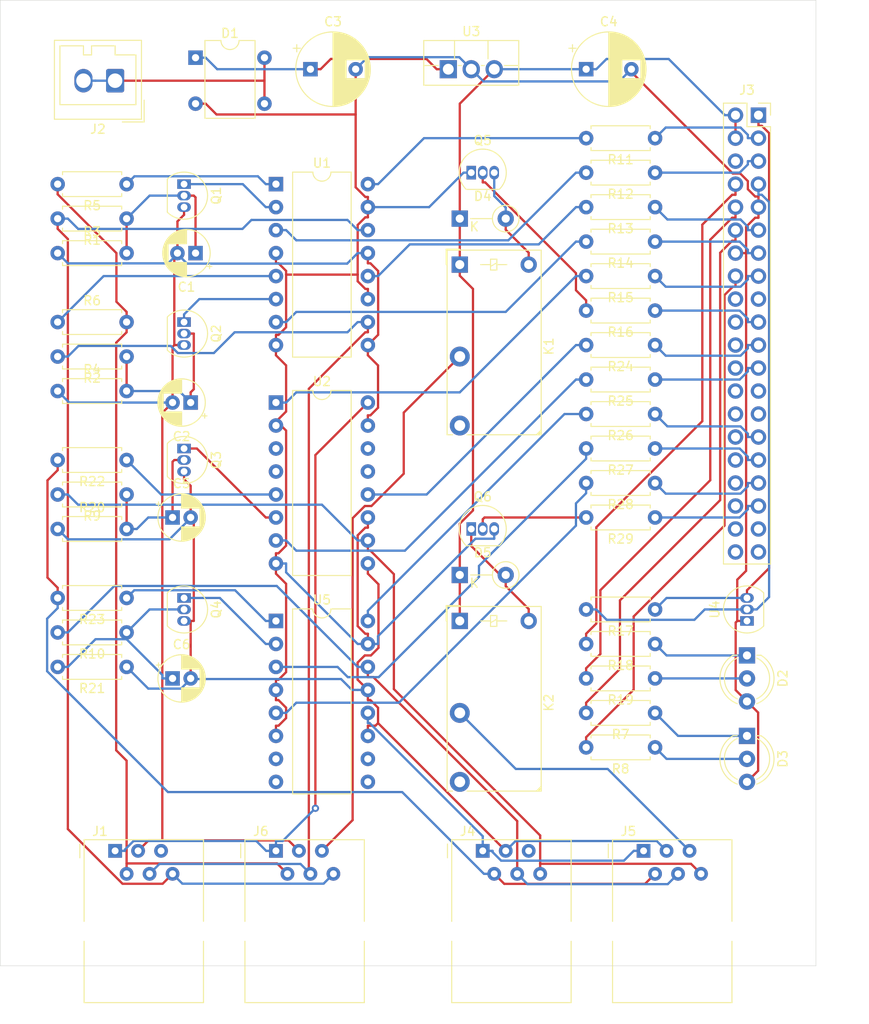
<source format=kicad_pcb>
(kicad_pcb (version 20171130) (host pcbnew "(5.1.4)-1")
  (layers (0 F.Cu signal) (31 B.Cu signal) (34 B.Paste user) (35 F.Paste user) (36 B.SilkS user) (37 F.SilkS user) (38 B.Mask user) (39 F.Mask user) (44 Edge.Cuts user))
  (net 0 "")
  (net 1 "Net-(C1-Pad2)")
  (net 2 "Net-(C1-Pad1)")
  (net 3 "Net-(C2-Pad1)")
  (net 4 "Net-(C3-Pad1)")
  (net 5 "Net-(D2-Pad2)")
  (net 6 "Net-(D2-Pad1)")
  (net 7 "Net-(J1-Pad1)")
  (net 8 "Net-(J1-Pad4)")
  (net 9 "Net-(J1-Pad5)")
  (net 10 "Net-(J1-Pad6)")
  (net 11 "Net-(J4-Pad1)")
  (net 12 "Net-(J4-Pad5)")
  (net 13 "Net-(J4-Pad4)")
  (net 14 "Net-(Q1-Pad1)")
  (net 15 "Net-(Q2-Pad1)")
  (net 16 "Net-(R5-Pad1)")
  (net 17 "Net-(R6-Pad1)")
  (net 18 "Net-(R12-Pad2)")
  (net 19 "Net-(R14-Pad2)")
  (net 20 "Net-(R15-Pad2)")
  (net 21 "Net-(R11-Pad2)")
  (net 22 "Net-(R13-Pad2)")
  (net 23 "Net-(D3-Pad2)")
  (net 24 "Net-(D3-Pad1)")
  (net 25 "Net-(J3-Pad12)")
  (net 26 "Net-(J3-Pad16)")
  (net 27 "Net-(J3-Pad3)")
  (net 28 "Net-(J3-Pad5)")
  (net 29 "Net-(J3-Pad11)")
  (net 30 "Net-(J3-Pad13)")
  (net 31 "Net-(J3-Pad15)")
  (net 32 "Net-(J3-Pad19)")
  (net 33 "Net-(J3-Pad1)")
  (net 34 "Net-(J3-Pad7)")
  (net 35 "Net-(J3-Pad8)")
  (net 36 "Net-(J3-Pad10)")
  (net 37 "Net-(C5-Pad2)")
  (net 38 "Net-(C5-Pad1)")
  (net 39 "Net-(C6-Pad1)")
  (net 40 "Net-(J3-Pad40)")
  (net 41 "Net-(J3-Pad39)")
  (net 42 "Net-(J3-Pad38)")
  (net 43 "Net-(J3-Pad37)")
  (net 44 "Net-(J3-Pad36)")
  (net 45 "Net-(J3-Pad35)")
  (net 46 "Net-(J3-Pad34)")
  (net 47 "Net-(J3-Pad33)")
  (net 48 "Net-(J3-Pad32)")
  (net 49 "Net-(J3-Pad31)")
  (net 50 "Net-(J3-Pad30)")
  (net 51 "Net-(J3-Pad29)")
  (net 52 "Net-(J3-Pad28)")
  (net 53 "Net-(J3-Pad27)")
  (net 54 "Net-(J3-Pad26)")
  (net 55 "Net-(J3-Pad25)")
  (net 56 "Net-(J3-Pad24)")
  (net 57 "Net-(J3-Pad23)")
  (net 58 "Net-(J3-Pad22)")
  (net 59 "Net-(J3-Pad21)")
  (net 60 "Net-(J3-Pad20)")
  (net 61 "Net-(J3-Pad18)")
  (net 62 "Net-(J3-Pad17)")
  (net 63 "Net-(J3-Pad6)")
  (net 64 "Net-(J4-Pad6)")
  (net 65 "Net-(Q3-Pad1)")
  (net 66 "Net-(Q4-Pad1)")
  (net 67 "Net-(R22-Pad1)")
  (net 68 "Net-(R23-Pad1)")
  (net 69 "Net-(R24-Pad2)")
  (net 70 "Net-(R25-Pad2)")
  (net 71 "Net-(R26-Pad2)")
  (net 72 "Net-(R27-Pad2)")
  (net 73 "Net-(R28-Pad2)")
  (net 74 GND)
  (net 75 +5V)
  (net 76 VAC)
  (net 77 "Net-(D4-Pad2)")
  (net 78 "Net-(D5-Pad2)")
  (net 79 "Net-(J1-Pad2)")
  (net 80 "Net-(J4-Pad2)")
  (net 81 "Net-(J5-Pad5)")
  (net 82 "Net-(J6-Pad5)")
  (net 83 "Net-(K1-Pad14)")
  (net 84 "Net-(K2-Pad14)")
  (net 85 "Net-(Q5-Pad2)")
  (net 86 "Net-(Q6-Pad2)")
  (module Package_TO_SOT_THT:TO-92_Inline (layer F.Cu) (at 90.17 97.79)
    (fp_text reference Q6 (at 1.27 -3.56) (layer F.SilkS))
    (fp_text value BC547)
    (pad 1 thru_hole rect (at 0 0) (size 1.05 1.5) (drill 0.75) (layers *.Cu *.Mask) (net 78 "Net-(D5-Pad2)"))
    (pad 3 thru_hole oval (at 2.54 0) (size 1.05 1.5) (drill 0.75) (layers *.Cu *.Mask) (net 74 GND))
    (pad 2 thru_hole oval (at 1.27 0) (size 1.05 1.5) (drill 0.75) (layers *.Cu *.Mask) (net 86 "Net-(Q6-Pad2)"))
  )
  (module Package_TO_SOT_THT:TO-92_Inline (layer F.Cu) (at 90.17 58.42)
    (fp_text reference Q5 (at 1.27 -3.56) (layer F.SilkS))
    (fp_text value BC547)
    (pad 1 thru_hole rect (at 0 0) (size 1.05 1.5) (drill 0.75) (layers *.Cu *.Mask) (net 74 GND))
    (pad 3 thru_hole oval (at 2.54 0) (size 1.05 1.5) (drill 0.75) (layers *.Cu *.Mask) (net 77 "Net-(D4-Pad2)"))
    (pad 2 thru_hole oval (at 1.27 0) (size 1.05 1.5) (drill 0.75) (layers *.Cu *.Mask) (net 85 "Net-(Q5-Pad2)"))
  )
  (module Relay_THT:Relay_SPST_Finder_32.21-x300 (layer F.Cu) (at 88.9 107.95 270)
    (fp_text reference K2 (at 9.029214 -9.845556 270) (layer F.SilkS))
    (fp_text value FINDER-32.21-x000)
    (pad 14 thru_hole circle (at 17.78 0) (size 2.2 2.2) (drill 1.2) (layers *.Cu *.Mask) (net 84 "Net-(K2-Pad14)"))
    (pad 11 thru_hole circle (at 10.16 0) (size 2.2 2.2) (drill 1.2) (layers *.Cu *.Mask) (net 81 "Net-(J5-Pad5)"))
    (pad A2 thru_hole circle (at 0 -7.62) (size 1.8 1.8) (drill 1) (layers *.Cu *.Mask) (net 78 "Net-(D5-Pad2)"))
    (pad A1 thru_hole rect (at 0 0) (size 1.8 1.8) (drill 1) (layers *.Cu *.Mask) (net 75 +5V))
  )
  (module Relay_THT:Relay_SPST_Finder_32.21-x300 (layer F.Cu) (at 88.9 68.58 270)
    (fp_text reference K1 (at 9.029214 -9.845556 270) (layer F.SilkS))
    (fp_text value FINDER-32.21-x000)
    (pad 14 thru_hole circle (at 17.78 0) (size 2.2 2.2) (drill 1.2) (layers *.Cu *.Mask) (net 83 "Net-(K1-Pad14)"))
    (pad 11 thru_hole circle (at 10.16 0) (size 2.2 2.2) (drill 1.2) (layers *.Cu *.Mask) (net 82 "Net-(J6-Pad5)"))
    (pad A2 thru_hole circle (at 0 -7.62) (size 1.8 1.8) (drill 1) (layers *.Cu *.Mask) (net 77 "Net-(D4-Pad2)"))
    (pad A1 thru_hole rect (at 0 0) (size 1.8 1.8) (drill 1) (layers *.Cu *.Mask) (net 75 +5V))
  )
  (module Diode_THT:D_A-405_P5.08mm_Vertical_KathodeUp (layer F.Cu) (at 88.9 102.87)
    (fp_text reference D5 (at 2.54 -2.47) (layer F.SilkS))
    (fp_text value D)
    (fp_text user K (at 1.6 0.9) (layer F.SilkS))
    (pad 2 thru_hole oval (at 5.08 0) (size 1.8 1.8) (drill 0.9) (layers *.Cu *.Mask) (net 78 "Net-(D5-Pad2)"))
    (pad 1 thru_hole rect (at 0 0) (size 1.8 1.8) (drill 0.9) (layers *.Cu *.Mask) (net 75 +5V))
  )
  (module Diode_THT:D_A-405_P5.08mm_Vertical_KathodeUp (layer F.Cu) (at 88.9 63.5)
    (fp_text reference D4 (at 2.54 -2.47) (layer F.SilkS))
    (fp_text value D)
    (fp_text user K (at 1.6 0.9) (layer F.SilkS))
    (pad 2 thru_hole oval (at 5.08 0) (size 1.8 1.8) (drill 0.9) (layers *.Cu *.Mask) (net 77 "Net-(D4-Pad2)"))
    (pad 1 thru_hole rect (at 0 0) (size 1.8 1.8) (drill 0.9) (layers *.Cu *.Mask) (net 75 +5V))
  )
  (module Connector_RJ:RJ12_Amphenol_54601 (layer F.Cu) (at 68.58 133.35)
    (fp_text reference J6 (at -1.67 -2.16) (layer F.SilkS))
    (fp_text value RJ12)
    (pad 1 thru_hole rect (at 0 0) (size 1.52 1.52) (drill 0.76) (layers *.Cu *.Mask) (net 7 "Net-(J1-Pad1)"))
    (pad "" np_thru_hole circle (at -1.91 8.89) (size 3.25 3.25) (drill 3.25) (layers *.Cu *.Mask))
    (pad 2 thru_hole circle (at 1.27 2.54) (size 1.52 1.52) (drill 0.76) (layers *.Cu *.Mask) (net 79 "Net-(J1-Pad2)"))
    (pad 3 thru_hole circle (at 2.54 0) (size 1.52 1.52) (drill 0.76) (layers *.Cu *.Mask) (net 1 "Net-(C1-Pad2)"))
    (pad 4 thru_hole circle (at 3.81 2.54) (size 1.52 1.52) (drill 0.76) (layers *.Cu *.Mask) (net 8 "Net-(J1-Pad4)"))
    (pad 5 thru_hole circle (at 5.08 0) (size 1.52 1.52) (drill 0.76) (layers *.Cu *.Mask) (net 82 "Net-(J6-Pad5)"))
    (pad 6 thru_hole circle (at 6.35 2.54) (size 1.52 1.52) (drill 0.76) (layers *.Cu *.Mask) (net 10 "Net-(J1-Pad6)"))
    (pad "" np_thru_hole circle (at 8.25 8.89) (size 3.25 3.25) (drill 3.25) (layers *.Cu *.Mask))
  )
  (module Connector_RJ:RJ12_Amphenol_54601 (layer F.Cu) (at 109.22 133.35)
    (fp_text reference J5 (at -1.67 -2.16) (layer F.SilkS))
    (fp_text value RJ12)
    (pad 1 thru_hole rect (at 0 0) (size 1.52 1.52) (drill 0.76) (layers *.Cu *.Mask) (net 11 "Net-(J4-Pad1)"))
    (pad "" np_thru_hole circle (at -1.91 8.89) (size 3.25 3.25) (drill 3.25) (layers *.Cu *.Mask))
    (pad 2 thru_hole circle (at 1.27 2.54) (size 1.52 1.52) (drill 0.76) (layers *.Cu *.Mask) (net 80 "Net-(J4-Pad2)"))
    (pad 3 thru_hole circle (at 2.54 0) (size 1.52 1.52) (drill 0.76) (layers *.Cu *.Mask) (net 37 "Net-(C5-Pad2)"))
    (pad 4 thru_hole circle (at 3.81 2.54) (size 1.52 1.52) (drill 0.76) (layers *.Cu *.Mask) (net 13 "Net-(J4-Pad4)"))
    (pad 5 thru_hole circle (at 5.08 0) (size 1.52 1.52) (drill 0.76) (layers *.Cu *.Mask) (net 81 "Net-(J5-Pad5)"))
    (pad 6 thru_hole circle (at 6.35 2.54) (size 1.52 1.52) (drill 0.76) (layers *.Cu *.Mask) (net 64 "Net-(J4-Pad6)"))
    (pad "" np_thru_hole circle (at 8.25 8.89) (size 3.25 3.25) (drill 3.25) (layers *.Cu *.Mask))
  )
  (module Connector_PinSocket_2.54mm:PinSocket_2x20_P2.54mm_Vertical (layer F.Cu) (at 121.92 52.07)
    (fp_text reference J3 (at -1.27 -2.77) (layer F.SilkS))
    (fp_text value Conn_02x20_Odd_Even_MountingPin)
    (pad 40 thru_hole oval (at -2.54 48.26) (size 1.7 1.7) (drill 1) (layers *.Cu *.Mask) (net 40 "Net-(J3-Pad40)"))
    (pad 39 thru_hole oval (at 0 48.26) (size 1.7 1.7) (drill 1) (layers *.Cu *.Mask) (net 41 "Net-(J3-Pad39)"))
    (pad 38 thru_hole oval (at -2.54 45.72) (size 1.7 1.7) (drill 1) (layers *.Cu *.Mask) (net 42 "Net-(J3-Pad38)"))
    (pad 37 thru_hole oval (at 0 45.72) (size 1.7 1.7) (drill 1) (layers *.Cu *.Mask) (net 43 "Net-(J3-Pad37)"))
    (pad 36 thru_hole oval (at -2.54 43.18) (size 1.7 1.7) (drill 1) (layers *.Cu *.Mask) (net 44 "Net-(J3-Pad36)"))
    (pad 35 thru_hole oval (at 0 43.18) (size 1.7 1.7) (drill 1) (layers *.Cu *.Mask) (net 45 "Net-(J3-Pad35)"))
    (pad 34 thru_hole oval (at -2.54 40.64) (size 1.7 1.7) (drill 1) (layers *.Cu *.Mask) (net 46 "Net-(J3-Pad34)"))
    (pad 33 thru_hole oval (at 0 40.64) (size 1.7 1.7) (drill 1) (layers *.Cu *.Mask) (net 47 "Net-(J3-Pad33)"))
    (pad 32 thru_hole oval (at -2.54 38.1) (size 1.7 1.7) (drill 1) (layers *.Cu *.Mask) (net 48 "Net-(J3-Pad32)"))
    (pad 31 thru_hole oval (at 0 38.1) (size 1.7 1.7) (drill 1) (layers *.Cu *.Mask) (net 49 "Net-(J3-Pad31)"))
    (pad 30 thru_hole oval (at -2.54 35.56) (size 1.7 1.7) (drill 1) (layers *.Cu *.Mask) (net 50 "Net-(J3-Pad30)"))
    (pad 29 thru_hole oval (at 0 35.56) (size 1.7 1.7) (drill 1) (layers *.Cu *.Mask) (net 51 "Net-(J3-Pad29)"))
    (pad 28 thru_hole oval (at -2.54 33.02) (size 1.7 1.7) (drill 1) (layers *.Cu *.Mask) (net 52 "Net-(J3-Pad28)"))
    (pad 27 thru_hole oval (at 0 33.02) (size 1.7 1.7) (drill 1) (layers *.Cu *.Mask) (net 53 "Net-(J3-Pad27)"))
    (pad 26 thru_hole oval (at -2.54 30.48) (size 1.7 1.7) (drill 1) (layers *.Cu *.Mask) (net 54 "Net-(J3-Pad26)"))
    (pad 25 thru_hole oval (at 0 30.48) (size 1.7 1.7) (drill 1) (layers *.Cu *.Mask) (net 55 "Net-(J3-Pad25)"))
    (pad 24 thru_hole oval (at -2.54 27.94) (size 1.7 1.7) (drill 1) (layers *.Cu *.Mask) (net 56 "Net-(J3-Pad24)"))
    (pad 23 thru_hole oval (at 0 27.94) (size 1.7 1.7) (drill 1) (layers *.Cu *.Mask) (net 57 "Net-(J3-Pad23)"))
    (pad 22 thru_hole oval (at -2.54 25.4) (size 1.7 1.7) (drill 1) (layers *.Cu *.Mask) (net 58 "Net-(J3-Pad22)"))
    (pad 21 thru_hole oval (at 0 25.4) (size 1.7 1.7) (drill 1) (layers *.Cu *.Mask) (net 59 "Net-(J3-Pad21)"))
    (pad 20 thru_hole oval (at -2.54 22.86) (size 1.7 1.7) (drill 1) (layers *.Cu *.Mask) (net 60 "Net-(J3-Pad20)"))
    (pad 19 thru_hole oval (at 0 22.86) (size 1.7 1.7) (drill 1) (layers *.Cu *.Mask) (net 32 "Net-(J3-Pad19)"))
    (pad 18 thru_hole oval (at -2.54 20.32) (size 1.7 1.7) (drill 1) (layers *.Cu *.Mask) (net 61 "Net-(J3-Pad18)"))
    (pad 17 thru_hole oval (at 0 20.32) (size 1.7 1.7) (drill 1) (layers *.Cu *.Mask) (net 62 "Net-(J3-Pad17)"))
    (pad 16 thru_hole oval (at -2.54 17.78) (size 1.7 1.7) (drill 1) (layers *.Cu *.Mask) (net 26 "Net-(J3-Pad16)"))
    (pad 15 thru_hole oval (at 0 17.78) (size 1.7 1.7) (drill 1) (layers *.Cu *.Mask) (net 31 "Net-(J3-Pad15)"))
    (pad 14 thru_hole oval (at -2.54 15.24) (size 1.7 1.7) (drill 1) (layers *.Cu *.Mask) (net 74 GND))
    (pad 13 thru_hole oval (at 0 15.24) (size 1.7 1.7) (drill 1) (layers *.Cu *.Mask) (net 30 "Net-(J3-Pad13)"))
    (pad 12 thru_hole oval (at -2.54 12.7) (size 1.7 1.7) (drill 1) (layers *.Cu *.Mask) (net 25 "Net-(J3-Pad12)"))
    (pad 11 thru_hole oval (at 0 12.7) (size 1.7 1.7) (drill 1) (layers *.Cu *.Mask) (net 29 "Net-(J3-Pad11)"))
    (pad 10 thru_hole oval (at -2.54 10.16) (size 1.7 1.7) (drill 1) (layers *.Cu *.Mask) (net 36 "Net-(J3-Pad10)"))
    (pad 9 thru_hole oval (at 0 10.16) (size 1.7 1.7) (drill 1) (layers *.Cu *.Mask) (net 74 GND))
    (pad 8 thru_hole oval (at -2.54 7.62) (size 1.7 1.7) (drill 1) (layers *.Cu *.Mask) (net 35 "Net-(J3-Pad8)"))
    (pad 7 thru_hole oval (at 0 7.62) (size 1.7 1.7) (drill 1) (layers *.Cu *.Mask) (net 34 "Net-(J3-Pad7)"))
    (pad 6 thru_hole oval (at -2.54 5.08) (size 1.7 1.7) (drill 1) (layers *.Cu *.Mask) (net 63 "Net-(J3-Pad6)"))
    (pad 5 thru_hole oval (at 0 5.08) (size 1.7 1.7) (drill 1) (layers *.Cu *.Mask) (net 28 "Net-(J3-Pad5)"))
    (pad 4 thru_hole oval (at -2.54 2.54) (size 1.7 1.7) (drill 1) (layers *.Cu *.Mask) (net 75 +5V))
    (pad 3 thru_hole oval (at 0 2.54) (size 1.7 1.7) (drill 1) (layers *.Cu *.Mask) (net 27 "Net-(J3-Pad3)"))
    (pad 2 thru_hole oval (at -2.54 0) (size 1.7 1.7) (drill 1) (layers *.Cu *.Mask) (net 75 +5V))
    (pad 1 thru_hole rect (at 0 0) (size 1.7 1.7) (drill 1) (layers *.Cu *.Mask) (net 33 "Net-(J3-Pad1)"))
  )
  (module Package_DIP:DIP-16_W10.16mm (layer F.Cu) (at 68.58 107.95)
    (fp_text reference U5 (at 5.08 -2.33) (layer F.SilkS))
    (fp_text value LTV-847M)
    (pad 16 thru_hole oval (at 10.16 0) (size 1.6 1.6) (drill 0.8) (layers *.Cu *.Mask) (net 71 "Net-(R26-Pad2)"))
    (pad 8 thru_hole oval (at 0 17.78) (size 1.6 1.6) (drill 0.8) (layers *.Cu *.Mask))
    (pad 15 thru_hole oval (at 10.16 2.54) (size 1.6 1.6) (drill 0.8) (layers *.Cu *.Mask) (net 74 GND))
    (pad 7 thru_hole oval (at 0 15.24) (size 1.6 1.6) (drill 0.8) (layers *.Cu *.Mask))
    (pad 14 thru_hole oval (at 10.16 5.08) (size 1.6 1.6) (drill 0.8) (layers *.Cu *.Mask) (net 13 "Net-(J4-Pad4)"))
    (pad 6 thru_hole oval (at 0 12.7) (size 1.6 1.6) (drill 0.8) (layers *.Cu *.Mask) (net 74 GND))
    (pad 13 thru_hole oval (at 10.16 7.62) (size 1.6 1.6) (drill 0.8) (layers *.Cu *.Mask) (net 37 "Net-(C5-Pad2)"))
    (pad 5 thru_hole oval (at 0 10.16) (size 1.6 1.6) (drill 0.8) (layers *.Cu *.Mask) (net 73 "Net-(R28-Pad2)"))
    (pad 12 thru_hole oval (at 10.16 10.16) (size 1.6 1.6) (drill 0.8) (layers *.Cu *.Mask) (net 11 "Net-(J4-Pad1)"))
    (pad 4 thru_hole oval (at 0 7.62) (size 1.6 1.6) (drill 0.8) (layers *.Cu *.Mask) (net 74 GND))
    (pad 11 thru_hole oval (at 10.16 12.7) (size 1.6 1.6) (drill 0.8) (layers *.Cu *.Mask) (net 37 "Net-(C5-Pad2)"))
    (pad 3 thru_hole oval (at 0 5.08) (size 1.6 1.6) (drill 0.8) (layers *.Cu *.Mask) (net 72 "Net-(R27-Pad2)"))
    (pad 10 thru_hole oval (at 10.16 15.24) (size 1.6 1.6) (drill 0.8) (layers *.Cu *.Mask))
    (pad 2 thru_hole oval (at 0 2.54) (size 1.6 1.6) (drill 0.8) (layers *.Cu *.Mask) (net 66 "Net-(Q4-Pad1)"))
    (pad 9 thru_hole oval (at 10.16 17.78) (size 1.6 1.6) (drill 0.8) (layers *.Cu *.Mask))
    (pad 1 thru_hole rect (at 0 0) (size 1.6 1.6) (drill 0.8) (layers *.Cu *.Mask) (net 68 "Net-(R23-Pad1)"))
  )
  (module Resistor_THT:R_Axial_DIN0207_L6.3mm_D2.5mm_P7.62mm_Horizontal (layer F.Cu) (at 110.49 96.52 180)
    (fp_text reference R29 (at 3.81 -2.37) (layer F.SilkS))
    (fp_text value 330)
    (pad 2 thru_hole oval (at 7.62 0 180) (size 1.6 1.6) (drill 0.8) (layers *.Cu *.Mask) (net 86 "Net-(Q6-Pad2)"))
    (pad 1 thru_hole circle (at 0 0 180) (size 1.6 1.6) (drill 0.8) (layers *.Cu *.Mask) (net 45 "Net-(J3-Pad35)"))
  )
  (module Resistor_THT:R_Axial_DIN0207_L6.3mm_D2.5mm_P7.62mm_Horizontal (layer F.Cu) (at 110.49 92.71 180)
    (fp_text reference R28 (at 3.81 -2.37) (layer F.SilkS))
    (fp_text value 330)
    (pad 2 thru_hole oval (at 7.62 0 180) (size 1.6 1.6) (drill 0.8) (layers *.Cu *.Mask) (net 73 "Net-(R28-Pad2)"))
    (pad 1 thru_hole circle (at 0 0 180) (size 1.6 1.6) (drill 0.8) (layers *.Cu *.Mask) (net 47 "Net-(J3-Pad33)"))
  )
  (module Resistor_THT:R_Axial_DIN0207_L6.3mm_D2.5mm_P7.62mm_Horizontal (layer F.Cu) (at 110.49 88.9 180)
    (fp_text reference R27 (at 3.81 -2.37) (layer F.SilkS))
    (fp_text value 330k)
    (pad 2 thru_hole oval (at 7.62 0 180) (size 1.6 1.6) (drill 0.8) (layers *.Cu *.Mask) (net 72 "Net-(R27-Pad2)"))
    (pad 1 thru_hole circle (at 0 0 180) (size 1.6 1.6) (drill 0.8) (layers *.Cu *.Mask) (net 49 "Net-(J3-Pad31)"))
  )
  (module Resistor_THT:R_Axial_DIN0207_L6.3mm_D2.5mm_P7.62mm_Horizontal (layer F.Cu) (at 110.49 85.09 180)
    (fp_text reference R26 (at 3.81 -2.37) (layer F.SilkS))
    (fp_text value 330)
    (pad 2 thru_hole oval (at 7.62 0 180) (size 1.6 1.6) (drill 0.8) (layers *.Cu *.Mask) (net 71 "Net-(R26-Pad2)"))
    (pad 1 thru_hole circle (at 0 0 180) (size 1.6 1.6) (drill 0.8) (layers *.Cu *.Mask) (net 51 "Net-(J3-Pad29)"))
  )
  (module Resistor_THT:R_Axial_DIN0207_L6.3mm_D2.5mm_P7.62mm_Horizontal (layer F.Cu) (at 110.49 81.28 180)
    (fp_text reference R25 (at 3.81 -2.37) (layer F.SilkS))
    (fp_text value 330)
    (pad 2 thru_hole oval (at 7.62 0 180) (size 1.6 1.6) (drill 0.8) (layers *.Cu *.Mask) (net 70 "Net-(R25-Pad2)"))
    (pad 1 thru_hole circle (at 0 0 180) (size 1.6 1.6) (drill 0.8) (layers *.Cu *.Mask) (net 57 "Net-(J3-Pad23)"))
  )
  (module Resistor_THT:R_Axial_DIN0207_L6.3mm_D2.5mm_P7.62mm_Horizontal (layer F.Cu) (at 110.49 77.47 180)
    (fp_text reference R24 (at 3.81 -2.37) (layer F.SilkS))
    (fp_text value 330)
    (pad 2 thru_hole oval (at 7.62 0 180) (size 1.6 1.6) (drill 0.8) (layers *.Cu *.Mask) (net 69 "Net-(R24-Pad2)"))
    (pad 1 thru_hole circle (at 0 0 180) (size 1.6 1.6) (drill 0.8) (layers *.Cu *.Mask) (net 59 "Net-(J3-Pad21)"))
  )
  (module Resistor_THT:R_Axial_DIN0207_L6.3mm_D2.5mm_P7.62mm_Horizontal (layer F.Cu) (at 52.07 105.41 180)
    (fp_text reference R23 (at 3.81 -2.37) (layer F.SilkS))
    (fp_text value 2.2k)
    (pad 2 thru_hole oval (at 7.62 0 180) (size 1.6 1.6) (drill 0.8) (layers *.Cu *.Mask) (net 80 "Net-(J4-Pad2)"))
    (pad 1 thru_hole circle (at 0 0 180) (size 1.6 1.6) (drill 0.8) (layers *.Cu *.Mask) (net 68 "Net-(R23-Pad1)"))
  )
  (module Resistor_THT:R_Axial_DIN0207_L6.3mm_D2.5mm_P7.62mm_Horizontal (layer F.Cu) (at 52.07 90.17 180)
    (fp_text reference R22 (at 3.81 -2.37) (layer F.SilkS))
    (fp_text value 2.2k)
    (pad 2 thru_hole oval (at 7.62 0 180) (size 1.6 1.6) (drill 0.8) (layers *.Cu *.Mask) (net 80 "Net-(J4-Pad2)"))
    (pad 1 thru_hole circle (at 0 0 180) (size 1.6 1.6) (drill 0.8) (layers *.Cu *.Mask) (net 67 "Net-(R22-Pad1)"))
  )
  (module Resistor_THT:R_Axial_DIN0207_L6.3mm_D2.5mm_P7.62mm_Horizontal (layer F.Cu) (at 52.07 113.03 180)
    (fp_text reference R21 (at 3.81 -2.37) (layer F.SilkS))
    (fp_text value 20k)
    (pad 2 thru_hole oval (at 7.62 0 180) (size 1.6 1.6) (drill 0.8) (layers *.Cu *.Mask) (net 39 "Net-(C6-Pad1)"))
    (pad 1 thru_hole circle (at 0 0 180) (size 1.6 1.6) (drill 0.8) (layers *.Cu *.Mask) (net 37 "Net-(C5-Pad2)"))
  )
  (module Resistor_THT:R_Axial_DIN0207_L6.3mm_D2.5mm_P7.62mm_Horizontal (layer F.Cu) (at 44.45 97.79)
    (fp_text reference R20 (at 3.81 -2.37) (layer F.SilkS))
    (fp_text value 20k)
    (pad 2 thru_hole oval (at 7.62 0) (size 1.6 1.6) (drill 0.8) (layers *.Cu *.Mask) (net 38 "Net-(C5-Pad1)"))
    (pad 1 thru_hole circle (at 0 0) (size 1.6 1.6) (drill 0.8) (layers *.Cu *.Mask) (net 37 "Net-(C5-Pad2)"))
  )
  (module Package_TO_SOT_THT:TO-92_Inline (layer F.Cu) (at 58.42 105.41 270)
    (fp_text reference Q4 (at 1.27 -3.56 90) (layer F.SilkS))
    (fp_text value BC547)
    (pad 1 thru_hole rect (at 0 0 270) (size 1.05 1.5) (drill 0.75) (layers *.Cu *.Mask) (net 66 "Net-(Q4-Pad1)"))
    (pad 3 thru_hole oval (at 2.54 0 270) (size 1.05 1.5) (drill 0.75) (layers *.Cu *.Mask) (net 37 "Net-(C5-Pad2)"))
    (pad 2 thru_hole oval (at 1.27 0 270) (size 1.05 1.5) (drill 0.75) (layers *.Cu *.Mask) (net 39 "Net-(C6-Pad1)"))
  )
  (module Package_TO_SOT_THT:TO-92_Inline (layer F.Cu) (at 58.42 88.9 270)
    (fp_text reference Q3 (at 1.27 -3.56 90) (layer F.SilkS))
    (fp_text value BC547)
    (pad 1 thru_hole rect (at 0 0 270) (size 1.05 1.5) (drill 0.75) (layers *.Cu *.Mask) (net 65 "Net-(Q3-Pad1)"))
    (pad 3 thru_hole oval (at 2.54 0 270) (size 1.05 1.5) (drill 0.75) (layers *.Cu *.Mask) (net 37 "Net-(C5-Pad2)"))
    (pad 2 thru_hole oval (at 1.27 0 270) (size 1.05 1.5) (drill 0.75) (layers *.Cu *.Mask) (net 38 "Net-(C5-Pad1)"))
  )
  (module Connector_RJ:RJ12_Amphenol_54601 (layer F.Cu) (at 91.44 133.35)
    (fp_text reference J4 (at -1.67 -2.16) (layer F.SilkS))
    (fp_text value RJ12)
    (pad 1 thru_hole rect (at 0 0) (size 1.52 1.52) (drill 0.76) (layers *.Cu *.Mask) (net 11 "Net-(J4-Pad1)"))
    (pad "" np_thru_hole circle (at -1.91 8.89) (size 3.25 3.25) (drill 3.25) (layers *.Cu *.Mask))
    (pad 2 thru_hole circle (at 1.27 2.54) (size 1.52 1.52) (drill 0.76) (layers *.Cu *.Mask) (net 80 "Net-(J4-Pad2)"))
    (pad 3 thru_hole circle (at 2.54 0) (size 1.52 1.52) (drill 0.76) (layers *.Cu *.Mask) (net 37 "Net-(C5-Pad2)"))
    (pad 4 thru_hole circle (at 3.81 2.54) (size 1.52 1.52) (drill 0.76) (layers *.Cu *.Mask) (net 13 "Net-(J4-Pad4)"))
    (pad 5 thru_hole circle (at 5.08 0) (size 1.52 1.52) (drill 0.76) (layers *.Cu *.Mask) (net 12 "Net-(J4-Pad5)"))
    (pad 6 thru_hole circle (at 6.35 2.54) (size 1.52 1.52) (drill 0.76) (layers *.Cu *.Mask) (net 64 "Net-(J4-Pad6)"))
    (pad "" np_thru_hole circle (at 8.25 8.89) (size 3.25 3.25) (drill 3.25) (layers *.Cu *.Mask))
  )
  (module Capacitor_THT:CP_Radial_D5.0mm_P2.00mm (layer F.Cu) (at 57.15 114.3)
    (fp_text reference C6 (at 1 -3.75) (layer F.SilkS))
    (fp_text value 1uF)
    (pad 2 thru_hole circle (at 2 0) (size 1.6 1.6) (drill 0.8) (layers *.Cu *.Mask) (net 37 "Net-(C5-Pad2)"))
    (pad 1 thru_hole rect (at 0 0) (size 1.6 1.6) (drill 0.8) (layers *.Cu *.Mask) (net 39 "Net-(C6-Pad1)"))
  )
  (module Capacitor_THT:CP_Radial_D5.0mm_P2.00mm (layer F.Cu) (at 57.15 96.52)
    (fp_text reference C5 (at 1 -3.75) (layer F.SilkS))
    (fp_text value 1uF)
    (pad 2 thru_hole circle (at 2 0) (size 1.6 1.6) (drill 0.8) (layers *.Cu *.Mask) (net 37 "Net-(C5-Pad2)"))
    (pad 1 thru_hole rect (at 0 0) (size 1.6 1.6) (drill 0.8) (layers *.Cu *.Mask) (net 38 "Net-(C5-Pad1)"))
  )
  (module LED_THT:LED_D5.0mm-3 (layer F.Cu) (at 120.65 120.65 270)
    (fp_text reference D3 (at 2.54 -3.96 90) (layer F.SilkS))
    (fp_text value LED_Dual_AAC)
    (pad 3 thru_hole circle (at 5.08 0 270) (size 1.8 1.8) (drill 0.9) (layers *.Cu *.Mask) (net 74 GND))
    (pad 2 thru_hole circle (at 2.54 0 270) (size 1.8 1.8) (drill 0.9) (layers *.Cu *.Mask) (net 23 "Net-(D3-Pad2)"))
    (pad 1 thru_hole rect (at 0 0 270) (size 1.8 1.8) (drill 0.9) (layers *.Cu *.Mask) (net 24 "Net-(D3-Pad1)"))
  )
  (module Package_TO_SOT_THT:TO-92_Inline (layer F.Cu) (at 120.65 107.95 90)
    (fp_text reference U4 (at 1.27 -3.56 90) (layer F.SilkS))
    (fp_text value DS18B20)
    (pad 1 thru_hole rect (at 0 0 90) (size 1.05 1.5) (drill 0.75) (layers *.Cu *.Mask) (net 74 GND))
    (pad 3 thru_hole oval (at 2.54 0 90) (size 1.05 1.5) (drill 0.75) (layers *.Cu *.Mask) (net 33 "Net-(J3-Pad1)"))
    (pad 2 thru_hole oval (at 1.27 0 90) (size 1.05 1.5) (drill 0.75) (layers *.Cu *.Mask) (net 34 "Net-(J3-Pad7)"))
  )
  (module Package_TO_SOT_THT:TO-220F-3_Vertical (layer F.Cu) (at 87.63 46.99)
    (fp_text reference U3 (at 2.54 -4.1675) (layer F.SilkS))
    (fp_text value L7805)
    (pad 3 thru_hole oval (at 5.08 0) (size 1.905 2) (drill 1.2) (layers *.Cu *.Mask) (net 75 +5V))
    (pad 2 thru_hole oval (at 2.54 0) (size 1.905 2) (drill 1.2) (layers *.Cu *.Mask) (net 74 GND))
    (pad 1 thru_hole rect (at 0 0) (size 1.905 2) (drill 1.2) (layers *.Cu *.Mask) (net 4 "Net-(C3-Pad1)"))
  )
  (module Package_DIP:DIP-16_W10.16mm (layer F.Cu) (at 68.58 83.82)
    (fp_text reference U2 (at 5.08 -2.33) (layer F.SilkS))
    (fp_text value LTV-847M)
    (pad 16 thru_hole oval (at 10.16 0) (size 1.6 1.6) (drill 0.8) (layers *.Cu *.Mask) (net 7 "Net-(J1-Pad1)"))
    (pad 8 thru_hole oval (at 0 17.78) (size 1.6 1.6) (drill 0.8) (layers *.Cu *.Mask) (net 74 GND))
    (pad 15 thru_hole oval (at 10.16 2.54) (size 1.6 1.6) (drill 0.8) (layers *.Cu *.Mask) (net 1 "Net-(C1-Pad2)"))
    (pad 7 thru_hole oval (at 0 15.24) (size 1.6 1.6) (drill 0.8) (layers *.Cu *.Mask) (net 70 "Net-(R25-Pad2)"))
    (pad 14 thru_hole oval (at 10.16 5.08) (size 1.6 1.6) (drill 0.8) (layers *.Cu *.Mask))
    (pad 6 thru_hole oval (at 0 12.7) (size 1.6 1.6) (drill 0.8) (layers *.Cu *.Mask) (net 65 "Net-(Q3-Pad1)"))
    (pad 13 thru_hole oval (at 10.16 7.62) (size 1.6 1.6) (drill 0.8) (layers *.Cu *.Mask))
    (pad 5 thru_hole oval (at 0 10.16) (size 1.6 1.6) (drill 0.8) (layers *.Cu *.Mask) (net 67 "Net-(R22-Pad1)"))
    (pad 12 thru_hole oval (at 10.16 10.16) (size 1.6 1.6) (drill 0.8) (layers *.Cu *.Mask) (net 69 "Net-(R24-Pad2)"))
    (pad 4 thru_hole oval (at 0 7.62) (size 1.6 1.6) (drill 0.8) (layers *.Cu *.Mask))
    (pad 11 thru_hole oval (at 10.16 12.7) (size 1.6 1.6) (drill 0.8) (layers *.Cu *.Mask) (net 74 GND))
    (pad 3 thru_hole oval (at 0 5.08) (size 1.6 1.6) (drill 0.8) (layers *.Cu *.Mask))
    (pad 10 thru_hole oval (at 10.16 15.24) (size 1.6 1.6) (drill 0.8) (layers *.Cu *.Mask) (net 64 "Net-(J4-Pad6)"))
    (pad 2 thru_hole oval (at 0 2.54) (size 1.6 1.6) (drill 0.8) (layers *.Cu *.Mask) (net 74 GND))
    (pad 9 thru_hole oval (at 10.16 17.78) (size 1.6 1.6) (drill 0.8) (layers *.Cu *.Mask) (net 37 "Net-(C5-Pad2)"))
    (pad 1 thru_hole rect (at 0 0) (size 1.6 1.6) (drill 0.8) (layers *.Cu *.Mask) (net 20 "Net-(R15-Pad2)"))
  )
  (module Package_DIP:DIP-16_W10.16mm (layer F.Cu) (at 68.58 59.69)
    (fp_text reference U1 (at 5.08 -2.33) (layer F.SilkS))
    (fp_text value LTV-847M)
    (pad 16 thru_hole oval (at 10.16 0) (size 1.6 1.6) (drill 0.8) (layers *.Cu *.Mask) (net 21 "Net-(R11-Pad2)"))
    (pad 8 thru_hole oval (at 0 17.78) (size 1.6 1.6) (drill 0.8) (layers *.Cu *.Mask) (net 74 GND))
    (pad 15 thru_hole oval (at 10.16 2.54) (size 1.6 1.6) (drill 0.8) (layers *.Cu *.Mask) (net 74 GND))
    (pad 7 thru_hole oval (at 0 15.24) (size 1.6 1.6) (drill 0.8) (layers *.Cu *.Mask) (net 19 "Net-(R14-Pad2)"))
    (pad 14 thru_hole oval (at 10.16 5.08) (size 1.6 1.6) (drill 0.8) (layers *.Cu *.Mask) (net 10 "Net-(J1-Pad6)"))
    (pad 6 thru_hole oval (at 0 12.7) (size 1.6 1.6) (drill 0.8) (layers *.Cu *.Mask) (net 15 "Net-(Q2-Pad1)"))
    (pad 13 thru_hole oval (at 10.16 7.62) (size 1.6 1.6) (drill 0.8) (layers *.Cu *.Mask) (net 1 "Net-(C1-Pad2)"))
    (pad 5 thru_hole oval (at 0 10.16) (size 1.6 1.6) (drill 0.8) (layers *.Cu *.Mask) (net 17 "Net-(R6-Pad1)"))
    (pad 12 thru_hole oval (at 10.16 10.16) (size 1.6 1.6) (drill 0.8) (layers *.Cu *.Mask) (net 22 "Net-(R13-Pad2)"))
    (pad 4 thru_hole oval (at 0 7.62) (size 1.6 1.6) (drill 0.8) (layers *.Cu *.Mask) (net 74 GND))
    (pad 11 thru_hole oval (at 10.16 12.7) (size 1.6 1.6) (drill 0.8) (layers *.Cu *.Mask) (net 74 GND))
    (pad 3 thru_hole oval (at 0 5.08) (size 1.6 1.6) (drill 0.8) (layers *.Cu *.Mask) (net 18 "Net-(R12-Pad2)"))
    (pad 10 thru_hole oval (at 10.16 15.24) (size 1.6 1.6) (drill 0.8) (layers *.Cu *.Mask) (net 8 "Net-(J1-Pad4)"))
    (pad 2 thru_hole oval (at 0 2.54) (size 1.6 1.6) (drill 0.8) (layers *.Cu *.Mask) (net 14 "Net-(Q1-Pad1)"))
    (pad 9 thru_hole oval (at 10.16 17.78) (size 1.6 1.6) (drill 0.8) (layers *.Cu *.Mask) (net 1 "Net-(C1-Pad2)"))
    (pad 1 thru_hole rect (at 0 0) (size 1.6 1.6) (drill 0.8) (layers *.Cu *.Mask) (net 16 "Net-(R5-Pad1)"))
  )
  (module Resistor_THT:R_Axial_DIN0207_L6.3mm_D2.5mm_P7.62mm_Horizontal (layer F.Cu) (at 110.49 114.3 180)
    (fp_text reference R19 (at 3.81 -2.37) (layer F.SilkS))
    (fp_text value 330)
    (pad 2 thru_hole oval (at 7.62 0 180) (size 1.6 1.6) (drill 0.8) (layers *.Cu *.Mask) (net 36 "Net-(J3-Pad10)"))
    (pad 1 thru_hole circle (at 0 0 180) (size 1.6 1.6) (drill 0.8) (layers *.Cu *.Mask) (net 5 "Net-(D2-Pad2)"))
  )
  (module Resistor_THT:R_Axial_DIN0207_L6.3mm_D2.5mm_P7.62mm_Horizontal (layer F.Cu) (at 110.49 110.49 180)
    (fp_text reference R18 (at 3.81 -2.37) (layer F.SilkS))
    (fp_text value 330)
    (pad 2 thru_hole oval (at 7.62 0 180) (size 1.6 1.6) (drill 0.8) (layers *.Cu *.Mask) (net 35 "Net-(J3-Pad8)"))
    (pad 1 thru_hole circle (at 0 0 180) (size 1.6 1.6) (drill 0.8) (layers *.Cu *.Mask) (net 6 "Net-(D2-Pad1)"))
  )
  (module Resistor_THT:R_Axial_DIN0207_L6.3mm_D2.5mm_P7.62mm_Horizontal (layer F.Cu) (at 110.49 106.68 180)
    (fp_text reference R17 (at 3.81 -2.37) (layer F.SilkS))
    (fp_text value 4.7k)
    (pad 2 thru_hole oval (at 7.62 0 180) (size 1.6 1.6) (drill 0.8) (layers *.Cu *.Mask) (net 34 "Net-(J3-Pad7)"))
    (pad 1 thru_hole circle (at 0 0 180) (size 1.6 1.6) (drill 0.8) (layers *.Cu *.Mask) (net 33 "Net-(J3-Pad1)"))
  )
  (module Resistor_THT:R_Axial_DIN0207_L6.3mm_D2.5mm_P7.62mm_Horizontal (layer F.Cu) (at 110.49 73.66 180)
    (fp_text reference R16 (at 3.81 -2.37) (layer F.SilkS))
    (fp_text value 330)
    (pad 2 thru_hole oval (at 7.62 0 180) (size 1.6 1.6) (drill 0.8) (layers *.Cu *.Mask) (net 85 "Net-(Q5-Pad2)"))
    (pad 1 thru_hole circle (at 0 0 180) (size 1.6 1.6) (drill 0.8) (layers *.Cu *.Mask) (net 32 "Net-(J3-Pad19)"))
  )
  (module Resistor_THT:R_Axial_DIN0207_L6.3mm_D2.5mm_P7.62mm_Horizontal (layer F.Cu) (at 110.49 69.85 180)
    (fp_text reference R15 (at 3.81 -2.37) (layer F.SilkS))
    (fp_text value 330)
    (pad 2 thru_hole oval (at 7.62 0 180) (size 1.6 1.6) (drill 0.8) (layers *.Cu *.Mask) (net 20 "Net-(R15-Pad2)"))
    (pad 1 thru_hole circle (at 0 0 180) (size 1.6 1.6) (drill 0.8) (layers *.Cu *.Mask) (net 31 "Net-(J3-Pad15)"))
  )
  (module Resistor_THT:R_Axial_DIN0207_L6.3mm_D2.5mm_P7.62mm_Horizontal (layer F.Cu) (at 110.49 66.04 180)
    (fp_text reference R14 (at 3.81 -2.37) (layer F.SilkS))
    (fp_text value 330k)
    (pad 2 thru_hole oval (at 7.62 0 180) (size 1.6 1.6) (drill 0.8) (layers *.Cu *.Mask) (net 19 "Net-(R14-Pad2)"))
    (pad 1 thru_hole circle (at 0 0 180) (size 1.6 1.6) (drill 0.8) (layers *.Cu *.Mask) (net 30 "Net-(J3-Pad13)"))
  )
  (module Resistor_THT:R_Axial_DIN0207_L6.3mm_D2.5mm_P7.62mm_Horizontal (layer F.Cu) (at 110.49 62.23 180)
    (fp_text reference R13 (at 3.81 -2.37) (layer F.SilkS))
    (fp_text value 330)
    (pad 2 thru_hole oval (at 7.62 0 180) (size 1.6 1.6) (drill 0.8) (layers *.Cu *.Mask) (net 22 "Net-(R13-Pad2)"))
    (pad 1 thru_hole circle (at 0 0 180) (size 1.6 1.6) (drill 0.8) (layers *.Cu *.Mask) (net 29 "Net-(J3-Pad11)"))
  )
  (module Resistor_THT:R_Axial_DIN0207_L6.3mm_D2.5mm_P7.62mm_Horizontal (layer F.Cu) (at 110.49 58.42 180)
    (fp_text reference R12 (at 3.81 -2.37) (layer F.SilkS))
    (fp_text value 330)
    (pad 2 thru_hole oval (at 7.62 0 180) (size 1.6 1.6) (drill 0.8) (layers *.Cu *.Mask) (net 18 "Net-(R12-Pad2)"))
    (pad 1 thru_hole circle (at 0 0 180) (size 1.6 1.6) (drill 0.8) (layers *.Cu *.Mask) (net 28 "Net-(J3-Pad5)"))
  )
  (module Resistor_THT:R_Axial_DIN0207_L6.3mm_D2.5mm_P7.62mm_Horizontal (layer F.Cu) (at 110.49 54.61 180)
    (fp_text reference R11 (at 3.81 -2.37) (layer F.SilkS))
    (fp_text value 330)
    (pad 2 thru_hole oval (at 7.62 0 180) (size 1.6 1.6) (drill 0.8) (layers *.Cu *.Mask) (net 21 "Net-(R11-Pad2)"))
    (pad 1 thru_hole circle (at 0 0 180) (size 1.6 1.6) (drill 0.8) (layers *.Cu *.Mask) (net 27 "Net-(J3-Pad3)"))
  )
  (module Resistor_THT:R_Axial_DIN0207_L6.3mm_D2.5mm_P7.62mm_Horizontal (layer F.Cu) (at 52.07 109.22 180)
    (fp_text reference R10 (at 3.81 -2.37) (layer F.SilkS))
    (fp_text value 210k)
    (pad 2 thru_hole oval (at 7.62 0 180) (size 1.6 1.6) (drill 0.8) (layers *.Cu *.Mask) (net 13 "Net-(J4-Pad4)"))
    (pad 1 thru_hole circle (at 0 0 180) (size 1.6 1.6) (drill 0.8) (layers *.Cu *.Mask) (net 39 "Net-(C6-Pad1)"))
  )
  (module Resistor_THT:R_Axial_DIN0207_L6.3mm_D2.5mm_P7.62mm_Horizontal (layer F.Cu) (at 52.07 93.98 180)
    (fp_text reference R9 (at 3.81 -2.37) (layer F.SilkS))
    (fp_text value 210k)
    (pad 2 thru_hole oval (at 7.62 0 180) (size 1.6 1.6) (drill 0.8) (layers *.Cu *.Mask) (net 64 "Net-(J4-Pad6)"))
    (pad 1 thru_hole circle (at 0 0 180) (size 1.6 1.6) (drill 0.8) (layers *.Cu *.Mask) (net 38 "Net-(C5-Pad1)"))
  )
  (module Resistor_THT:R_Axial_DIN0207_L6.3mm_D2.5mm_P7.62mm_Horizontal (layer F.Cu) (at 110.49 121.92 180)
    (fp_text reference R8 (at 3.81 -2.37) (layer F.SilkS))
    (fp_text value 330)
    (pad 2 thru_hole oval (at 7.62 0 180) (size 1.6 1.6) (drill 0.8) (layers *.Cu *.Mask) (net 26 "Net-(J3-Pad16)"))
    (pad 1 thru_hole circle (at 0 0 180) (size 1.6 1.6) (drill 0.8) (layers *.Cu *.Mask) (net 23 "Net-(D3-Pad2)"))
  )
  (module Resistor_THT:R_Axial_DIN0207_L6.3mm_D2.5mm_P7.62mm_Horizontal (layer F.Cu) (at 110.49 118.11 180)
    (fp_text reference R7 (at 3.81 -2.37) (layer F.SilkS))
    (fp_text value 330)
    (pad 2 thru_hole oval (at 7.62 0 180) (size 1.6 1.6) (drill 0.8) (layers *.Cu *.Mask) (net 25 "Net-(J3-Pad12)"))
    (pad 1 thru_hole circle (at 0 0 180) (size 1.6 1.6) (drill 0.8) (layers *.Cu *.Mask) (net 24 "Net-(D3-Pad1)"))
  )
  (module Resistor_THT:R_Axial_DIN0207_L6.3mm_D2.5mm_P7.62mm_Horizontal (layer F.Cu) (at 44.45 74.93)
    (fp_text reference R6 (at 3.81 -2.37) (layer F.SilkS))
    (fp_text value 2.2k)
    (pad 2 thru_hole oval (at 7.62 0) (size 1.6 1.6) (drill 0.8) (layers *.Cu *.Mask) (net 79 "Net-(J1-Pad2)"))
    (pad 1 thru_hole circle (at 0 0) (size 1.6 1.6) (drill 0.8) (layers *.Cu *.Mask) (net 17 "Net-(R6-Pad1)"))
  )
  (module Resistor_THT:R_Axial_DIN0207_L6.3mm_D2.5mm_P7.62mm_Horizontal (layer F.Cu) (at 52.07 59.69 180)
    (fp_text reference R5 (at 3.81 -2.37) (layer F.SilkS))
    (fp_text value 2.2k)
    (pad 2 thru_hole oval (at 7.62 0 180) (size 1.6 1.6) (drill 0.8) (layers *.Cu *.Mask) (net 79 "Net-(J1-Pad2)"))
    (pad 1 thru_hole circle (at 0 0 180) (size 1.6 1.6) (drill 0.8) (layers *.Cu *.Mask) (net 16 "Net-(R5-Pad1)"))
  )
  (module Resistor_THT:R_Axial_DIN0207_L6.3mm_D2.5mm_P7.62mm_Horizontal (layer F.Cu) (at 44.45 82.55)
    (fp_text reference R4 (at 3.81 -2.37) (layer F.SilkS))
    (fp_text value 20k)
    (pad 2 thru_hole oval (at 7.62 0) (size 1.6 1.6) (drill 0.8) (layers *.Cu *.Mask) (net 3 "Net-(C2-Pad1)"))
    (pad 1 thru_hole circle (at 0 0) (size 1.6 1.6) (drill 0.8) (layers *.Cu *.Mask) (net 1 "Net-(C1-Pad2)"))
  )
  (module Resistor_THT:R_Axial_DIN0207_L6.3mm_D2.5mm_P7.62mm_Horizontal (layer F.Cu) (at 44.45 67.31)
    (fp_text reference R3 (at 3.81 -2.37) (layer F.SilkS))
    (fp_text value 20k)
    (pad 2 thru_hole oval (at 7.62 0) (size 1.6 1.6) (drill 0.8) (layers *.Cu *.Mask) (net 2 "Net-(C1-Pad1)"))
    (pad 1 thru_hole circle (at 0 0) (size 1.6 1.6) (drill 0.8) (layers *.Cu *.Mask) (net 1 "Net-(C1-Pad2)"))
  )
  (module Resistor_THT:R_Axial_DIN0207_L6.3mm_D2.5mm_P7.62mm_Horizontal (layer F.Cu) (at 52.07 78.74 180)
    (fp_text reference R2 (at 3.81 -2.37) (layer F.SilkS))
    (fp_text value 210k)
    (pad 2 thru_hole oval (at 7.62 0 180) (size 1.6 1.6) (drill 0.8) (layers *.Cu *.Mask) (net 8 "Net-(J1-Pad4)"))
    (pad 1 thru_hole circle (at 0 0 180) (size 1.6 1.6) (drill 0.8) (layers *.Cu *.Mask) (net 3 "Net-(C2-Pad1)"))
  )
  (module Resistor_THT:R_Axial_DIN0207_L6.3mm_D2.5mm_P7.62mm_Horizontal (layer F.Cu) (at 52.07 63.5 180)
    (fp_text reference R1 (at 3.81 -2.37) (layer F.SilkS))
    (fp_text value 210k)
    (pad 2 thru_hole oval (at 7.62 0 180) (size 1.6 1.6) (drill 0.8) (layers *.Cu *.Mask) (net 10 "Net-(J1-Pad6)"))
    (pad 1 thru_hole circle (at 0 0 180) (size 1.6 1.6) (drill 0.8) (layers *.Cu *.Mask) (net 2 "Net-(C1-Pad1)"))
  )
  (module Package_TO_SOT_THT:TO-92_Inline (layer F.Cu) (at 58.42 74.93 270)
    (fp_text reference Q2 (at 1.27 -3.56 90) (layer F.SilkS))
    (fp_text value BC547)
    (pad 1 thru_hole rect (at 0 0 270) (size 1.05 1.5) (drill 0.75) (layers *.Cu *.Mask) (net 15 "Net-(Q2-Pad1)"))
    (pad 3 thru_hole oval (at 2.54 0 270) (size 1.05 1.5) (drill 0.75) (layers *.Cu *.Mask) (net 1 "Net-(C1-Pad2)"))
    (pad 2 thru_hole oval (at 1.27 0 270) (size 1.05 1.5) (drill 0.75) (layers *.Cu *.Mask) (net 3 "Net-(C2-Pad1)"))
  )
  (module Package_TO_SOT_THT:TO-92_Inline (layer F.Cu) (at 58.42 59.69 270)
    (fp_text reference Q1 (at 1.27 -3.56 90) (layer F.SilkS))
    (fp_text value BC547)
    (pad 1 thru_hole rect (at 0 0 270) (size 1.05 1.5) (drill 0.75) (layers *.Cu *.Mask) (net 14 "Net-(Q1-Pad1)"))
    (pad 3 thru_hole oval (at 2.54 0 270) (size 1.05 1.5) (drill 0.75) (layers *.Cu *.Mask) (net 1 "Net-(C1-Pad2)"))
    (pad 2 thru_hole oval (at 1.27 0 270) (size 1.05 1.5) (drill 0.75) (layers *.Cu *.Mask) (net 2 "Net-(C1-Pad1)"))
  )
  (module Connector_Wago:Wago_734-132_1x02_P3.50mm_Vertical (layer F.Cu) (at 50.8 48.26 180)
    (fp_text reference J2 (at 1.9 -5.35) (layer F.SilkS))
    (fp_text value Screw_Terminal_01x02)
    (pad 2 thru_hole oval (at 3.5 0 180) (size 2 2.6) (drill 1.6) (layers *.Cu *.Mask) (net 76 VAC))
    (pad 1 thru_hole roundrect (at 0 0 180) (size 2 2.6) (drill 1.6) (layers *.Cu *.Mask) (roundrect_rratio 0.125) (net 76 VAC))
  )
  (module Connector_RJ:RJ12_Amphenol_54601 (layer F.Cu) (at 50.8 133.35)
    (fp_text reference J1 (at -1.67 -2.16) (layer F.SilkS))
    (fp_text value RJ12)
    (pad 1 thru_hole rect (at 0 0) (size 1.52 1.52) (drill 0.76) (layers *.Cu *.Mask) (net 7 "Net-(J1-Pad1)"))
    (pad "" np_thru_hole circle (at -1.91 8.89) (size 3.25 3.25) (drill 3.25) (layers *.Cu *.Mask))
    (pad 2 thru_hole circle (at 1.27 2.54) (size 1.52 1.52) (drill 0.76) (layers *.Cu *.Mask) (net 79 "Net-(J1-Pad2)"))
    (pad 3 thru_hole circle (at 2.54 0) (size 1.52 1.52) (drill 0.76) (layers *.Cu *.Mask) (net 1 "Net-(C1-Pad2)"))
    (pad 4 thru_hole circle (at 3.81 2.54) (size 1.52 1.52) (drill 0.76) (layers *.Cu *.Mask) (net 8 "Net-(J1-Pad4)"))
    (pad 5 thru_hole circle (at 5.08 0) (size 1.52 1.52) (drill 0.76) (layers *.Cu *.Mask) (net 9 "Net-(J1-Pad5)"))
    (pad 6 thru_hole circle (at 6.35 2.54) (size 1.52 1.52) (drill 0.76) (layers *.Cu *.Mask) (net 10 "Net-(J1-Pad6)"))
    (pad "" np_thru_hole circle (at 8.25 8.89) (size 3.25 3.25) (drill 3.25) (layers *.Cu *.Mask))
  )
  (module LED_THT:LED_D5.0mm-3 (layer F.Cu) (at 120.65 111.76 270)
    (fp_text reference D2 (at 2.54 -3.96 90) (layer F.SilkS))
    (fp_text value LED_Dual_AAC)
    (pad 3 thru_hole circle (at 5.08 0 270) (size 1.8 1.8) (drill 0.9) (layers *.Cu *.Mask) (net 74 GND))
    (pad 2 thru_hole circle (at 2.54 0 270) (size 1.8 1.8) (drill 0.9) (layers *.Cu *.Mask) (net 5 "Net-(D2-Pad2)"))
    (pad 1 thru_hole rect (at 0 0 270) (size 1.8 1.8) (drill 0.9) (layers *.Cu *.Mask) (net 6 "Net-(D2-Pad1)"))
  )
  (module Diode_THT:Diode_Bridge_DIP-4_W7.62mm_P5.08mm (layer F.Cu) (at 59.69 45.72)
    (fp_text reference D1 (at 3.8 -2.7) (layer F.SilkS))
    (fp_text value D_Bridge_+-AA)
    (pad 1 thru_hole rect (at 0 0) (size 1.6 1.6) (drill 0.8) (layers *.Cu *.Mask) (net 4 "Net-(C3-Pad1)"))
    (pad 3 thru_hole oval (at 7.62 5.08) (size 1.6 1.6) (drill 0.8) (layers *.Cu *.Mask) (net 76 VAC))
    (pad 2 thru_hole oval (at 0 5.08) (size 1.6 1.6) (drill 0.8) (layers *.Cu *.Mask) (net 74 GND))
    (pad 4 thru_hole oval (at 7.62 0) (size 1.6 1.6) (drill 0.8) (layers *.Cu *.Mask) (net 76 VAC))
  )
  (module Capacitor_THT:CP_Radial_D8.0mm_P5.00mm (layer F.Cu) (at 102.87 46.99)
    (fp_text reference C4 (at 2.5 -5.25) (layer F.SilkS))
    (fp_text value 100uF)
    (pad 2 thru_hole circle (at 5 0) (size 1.6 1.6) (drill 0.8) (layers *.Cu *.Mask) (net 74 GND))
    (pad 1 thru_hole rect (at 0 0) (size 1.6 1.6) (drill 0.8) (layers *.Cu *.Mask) (net 75 +5V))
  )
  (module Capacitor_THT:CP_Radial_D8.0mm_P5.00mm (layer F.Cu) (at 72.39 46.99)
    (fp_text reference C3 (at 2.5 -5.25) (layer F.SilkS))
    (fp_text value 100uF)
    (pad 2 thru_hole circle (at 5 0) (size 1.6 1.6) (drill 0.8) (layers *.Cu *.Mask) (net 74 GND))
    (pad 1 thru_hole rect (at 0 0) (size 1.6 1.6) (drill 0.8) (layers *.Cu *.Mask) (net 4 "Net-(C3-Pad1)"))
  )
  (module Capacitor_THT:CP_Radial_D5.0mm_P2.00mm (layer F.Cu) (at 59.15 83.82 180)
    (fp_text reference C2 (at 1 -3.75) (layer F.SilkS))
    (fp_text value 1uF)
    (pad 2 thru_hole circle (at 2 0 180) (size 1.6 1.6) (drill 0.8) (layers *.Cu *.Mask) (net 1 "Net-(C1-Pad2)"))
    (pad 1 thru_hole rect (at 0 0 180) (size 1.6 1.6) (drill 0.8) (layers *.Cu *.Mask) (net 3 "Net-(C2-Pad1)"))
  )
  (module Capacitor_THT:CP_Radial_D5.0mm_P2.00mm (layer F.Cu) (at 59.69 67.31 180)
    (fp_text reference C1 (at 1 -3.75) (layer F.SilkS))
    (fp_text value 1uF)
    (pad 2 thru_hole circle (at 2 0 180) (size 1.6 1.6) (drill 0.8) (layers *.Cu *.Mask) (net 1 "Net-(C1-Pad2)"))
    (pad 1 thru_hole rect (at 0 0 180) (size 1.6 1.6) (drill 0.8) (layers *.Cu *.Mask) (net 2 "Net-(C1-Pad1)"))
  )
  (gr_line (start 38.1 39.37) (end 128.27 39.37) (layer Edge.Cuts) (width 0.05))
  (gr_line (start 128.27 146.05) (end 38.1 146.05) (layer Edge.Cuts) (width 0.05))
  (gr_line (start 128.27 39.37) (end 128.27 146.05) (layer Edge.Cuts) (width 0.05))
  (gr_line (start 38.1 146.05) (end 38.1 39.37) (layer Edge.Cuts) (width 0.05))
  (segment (start 56.0189 132.1969) (end 69.9669 132.1969) (width 0.25) (layer F.Cu) (net 1))
  (segment (start 69.9669 132.1969) (end 71.12 133.35) (width 0.25) (layer F.Cu) (net 1))
  (segment (start 53.34 133.35) (end 54.4931 132.1969) (width 0.25) (layer F.Cu) (net 1))
  (segment (start 54.4931 132.1969) (end 56.0189 132.1969) (width 0.25) (layer F.Cu) (net 1))
  (segment (start 57.15 83.82) (end 56.0189 84.9511) (width 0.25) (layer F.Cu) (net 1))
  (segment (start 56.0189 84.9511) (end 56.0189 132.1969) (width 0.25) (layer F.Cu) (net 1))
  (segment (start 57.15 83.82) (end 57.15 77.6647) (width 0.25) (layer F.Cu) (net 1))
  (segment (start 57.15 77.6647) (end 57.3447 77.47) (width 0.25) (layer F.Cu) (net 1))
  (segment (start 57.69 67.4088) (end 57.69 67.31) (width 0.25) (layer B.Cu) (net 1))
  (segment (start 77.6147 67.31) (end 76.454 68.4707) (width 0.25) (layer B.Cu) (net 1))
  (segment (start 76.454 68.4707) (end 58.7519 68.4707) (width 0.25) (layer B.Cu) (net 1))
  (segment (start 58.7519 68.4707) (end 57.69 67.4088) (width 0.25) (layer B.Cu) (net 1))
  (segment (start 57.69 67.4088) (end 56.6552 68.4436) (width 0.25) (layer B.Cu) (net 1))
  (segment (start 56.6552 68.4436) (end 45.5836 68.4436) (width 0.25) (layer B.Cu) (net 1))
  (segment (start 45.5836 68.4436) (end 44.45 67.31) (width 0.25) (layer B.Cu) (net 1))
  (segment (start 78.74 67.31) (end 77.6147 67.31) (width 0.25) (layer B.Cu) (net 1))
  (segment (start 44.45 82.55) (end 45.72 83.82) (width 0.25) (layer B.Cu) (net 1))
  (segment (start 45.72 83.82) (end 57.15 83.82) (width 0.25) (layer B.Cu) (net 1))
  (segment (start 78.74 77.47) (end 78.74 78.5953) (width 0.25) (layer F.Cu) (net 1))
  (segment (start 78.74 86.36) (end 78.74 85.2347) (width 0.25) (layer F.Cu) (net 1))
  (segment (start 78.74 85.2347) (end 79.0213 85.2347) (width 0.25) (layer F.Cu) (net 1))
  (segment (start 79.0213 85.2347) (end 79.8653 84.3907) (width 0.25) (layer F.Cu) (net 1))
  (segment (start 79.8653 84.3907) (end 79.8653 79.7206) (width 0.25) (layer F.Cu) (net 1))
  (segment (start 79.8653 79.7206) (end 78.74 78.5953) (width 0.25) (layer F.Cu) (net 1))
  (segment (start 58.42 77.47) (end 57.3447 77.47) (width 0.25) (layer F.Cu) (net 1))
  (segment (start 57.69 67.31) (end 57.3447 67.6553) (width 0.25) (layer F.Cu) (net 1))
  (segment (start 57.3447 67.6553) (end 57.3447 77.47) (width 0.25) (layer F.Cu) (net 1))
  (segment (start 58.42 63.0803) (end 57.69 63.8103) (width 0.25) (layer F.Cu) (net 1))
  (segment (start 57.69 63.8103) (end 57.69 67.31) (width 0.25) (layer F.Cu) (net 1))
  (segment (start 78.74 67.31) (end 78.74 68.4353) (width 0.25) (layer F.Cu) (net 1))
  (segment (start 78.74 68.4353) (end 79.0213 68.4353) (width 0.25) (layer F.Cu) (net 1))
  (segment (start 79.0213 68.4353) (end 79.8781 69.2921) (width 0.25) (layer F.Cu) (net 1))
  (segment (start 79.8781 69.2921) (end 79.8781 76.3319) (width 0.25) (layer F.Cu) (net 1))
  (segment (start 79.8781 76.3319) (end 78.74 77.47) (width 0.25) (layer F.Cu) (net 1))
  (segment (start 58.42 62.23) (end 58.42 63.0803) (width 0.25) (layer F.Cu) (net 1))
  (segment (start 52.07 63.5) (end 54.61 60.96) (width 0.25) (layer B.Cu) (net 2))
  (segment (start 54.61 60.96) (end 58.42 60.96) (width 0.25) (layer B.Cu) (net 2))
  (segment (start 52.07 63.5) (end 52.07 67.31) (width 0.25) (layer F.Cu) (net 2))
  (segment (start 58.42 60.96) (end 59.4953 60.96) (width 0.25) (layer F.Cu) (net 2))
  (segment (start 59.69 67.31) (end 59.69 61.1547) (width 0.25) (layer F.Cu) (net 2))
  (segment (start 59.69 61.1547) (end 59.4953 60.96) (width 0.25) (layer F.Cu) (net 2))
  (segment (start 58.42 76.2) (end 59.4953 76.2) (width 0.25) (layer F.Cu) (net 3))
  (segment (start 59.15 83.82) (end 59.15 82.6947) (width 0.25) (layer F.Cu) (net 3))
  (segment (start 59.15 82.6947) (end 59.4953 82.3494) (width 0.25) (layer F.Cu) (net 3))
  (segment (start 59.4953 82.3494) (end 59.4953 76.2) (width 0.25) (layer F.Cu) (net 3))
  (segment (start 52.07 78.74) (end 52.07 82.55) (width 0.25) (layer F.Cu) (net 3))
  (segment (start 59.15 83.82) (end 57.88 82.55) (width 0.25) (layer B.Cu) (net 3))
  (segment (start 57.88 82.55) (end 52.07 82.55) (width 0.25) (layer B.Cu) (net 3))
  (segment (start 87.63 46.99) (end 86.3522 46.99) (width 0.25) (layer F.Cu) (net 4))
  (segment (start 72.39 46.99) (end 73.5153 46.99) (width 0.25) (layer F.Cu) (net 4))
  (segment (start 73.5153 46.99) (end 74.6502 45.8551) (width 0.25) (layer F.Cu) (net 4))
  (segment (start 74.6502 45.8551) (end 85.2173 45.8551) (width 0.25) (layer F.Cu) (net 4))
  (segment (start 85.2173 45.8551) (end 86.3522 46.99) (width 0.25) (layer F.Cu) (net 4))
  (segment (start 59.69 45.72) (end 60.8153 45.72) (width 0.25) (layer B.Cu) (net 4))
  (segment (start 72.39 46.99) (end 62.0853 46.99) (width 0.25) (layer B.Cu) (net 4))
  (segment (start 62.0853 46.99) (end 60.8153 45.72) (width 0.25) (layer B.Cu) (net 4))
  (segment (start 120.65 114.3) (end 110.49 114.3) (width 0.25) (layer B.Cu) (net 5))
  (segment (start 120.65 111.76) (end 111.76 111.76) (width 0.25) (layer B.Cu) (net 6))
  (segment (start 111.76 111.76) (end 110.49 110.49) (width 0.25) (layer B.Cu) (net 6))
  (segment (start 50.8 133.35) (end 51.8853 133.35) (width 0.25) (layer B.Cu) (net 7))
  (segment (start 68.58 133.35) (end 68.58 132.2647) (width 0.25) (layer B.Cu) (net 7))
  (segment (start 72.9389 128.648) (end 69.3222 132.2647) (width 0.25) (layer B.Cu) (net 7))
  (segment (start 69.3222 132.2647) (end 68.58 132.2647) (width 0.25) (layer B.Cu) (net 7))
  (segment (start 78.74 83.82) (end 72.9389 89.6211) (width 0.25) (layer F.Cu) (net 7))
  (segment (start 72.9389 89.6211) (end 72.9389 128.648) (width 0.25) (layer F.Cu) (net 7))
  (segment (start 68.58 133.35) (end 67.4947 133.35) (width 0.25) (layer B.Cu) (net 7))
  (segment (start 51.8853 133.35) (end 51.8853 133.2143) (width 0.25) (layer B.Cu) (net 7))
  (segment (start 51.8853 133.2143) (end 52.8404 132.2592) (width 0.25) (layer B.Cu) (net 7))
  (segment (start 52.8404 132.2592) (end 66.4039 132.2592) (width 0.25) (layer B.Cu) (net 7))
  (segment (start 66.4039 132.2592) (end 67.4947 133.35) (width 0.25) (layer B.Cu) (net 7))
  (via (at 72.9389 128.648) (size 0.8) (layers F.Cu B.Cu) (net 7))
  (segment (start 72.39 135.89) (end 71.2989 134.7989) (width 0.25) (layer B.Cu) (net 8))
  (segment (start 71.2989 134.7989) (end 55.7011 134.7989) (width 0.25) (layer B.Cu) (net 8))
  (segment (start 55.7011 134.7989) (end 54.61 135.89) (width 0.25) (layer B.Cu) (net 8))
  (segment (start 78.74 76.0553) (end 78.4587 76.0553) (width 0.25) (layer F.Cu) (net 8))
  (segment (start 78.4587 76.0553) (end 72.2136 82.3004) (width 0.25) (layer F.Cu) (net 8))
  (segment (start 72.2136 82.3004) (end 72.2136 135.7136) (width 0.25) (layer F.Cu) (net 8))
  (segment (start 72.2136 135.7136) (end 72.39 135.89) (width 0.25) (layer F.Cu) (net 8))
  (segment (start 78.74 74.93) (end 77.6147 74.93) (width 0.25) (layer B.Cu) (net 8))
  (segment (start 44.45 78.74) (end 45.5753 78.74) (width 0.25) (layer B.Cu) (net 8))
  (segment (start 45.5753 78.74) (end 46.752 77.5633) (width 0.25) (layer B.Cu) (net 8))
  (segment (start 46.752 77.5633) (end 56.9492 77.5633) (width 0.25) (layer B.Cu) (net 8))
  (segment (start 56.9492 77.5633) (end 57.7369 78.351) (width 0.25) (layer B.Cu) (net 8))
  (segment (start 57.7369 78.351) (end 61.7183 78.351) (width 0.25) (layer B.Cu) (net 8))
  (segment (start 61.7183 78.351) (end 64.014 76.0553) (width 0.25) (layer B.Cu) (net 8))
  (segment (start 64.014 76.0553) (end 76.4894 76.0553) (width 0.25) (layer B.Cu) (net 8))
  (segment (start 76.4894 76.0553) (end 77.6147 74.93) (width 0.25) (layer B.Cu) (net 8))
  (segment (start 78.74 74.93) (end 78.74 76.0553) (width 0.25) (layer F.Cu) (net 8))
  (segment (start 44.45 63.5) (end 44.45 64.6253) (width 0.25) (layer F.Cu) (net 10))
  (segment (start 44.45 64.6253) (end 45.5753 65.7506) (width 0.25) (layer F.Cu) (net 10))
  (segment (start 45.5753 65.7506) (end 45.5753 130.9421) (width 0.25) (layer F.Cu) (net 10))
  (segment (start 45.5753 130.9421) (end 51.6195 136.9863) (width 0.25) (layer F.Cu) (net 10))
  (segment (start 51.6195 136.9863) (end 56.0537 136.9863) (width 0.25) (layer F.Cu) (net 10))
  (segment (start 56.0537 136.9863) (end 57.15 135.89) (width 0.25) (layer F.Cu) (net 10))
  (segment (start 78.74 64.77) (end 77.6147 64.77) (width 0.25) (layer B.Cu) (net 10))
  (segment (start 44.45 63.5) (end 45.5753 63.5) (width 0.25) (layer B.Cu) (net 10))
  (segment (start 45.5753 63.5) (end 46.7127 64.6374) (width 0.25) (layer B.Cu) (net 10))
  (segment (start 46.7127 64.6374) (end 64.8767 64.6374) (width 0.25) (layer B.Cu) (net 10))
  (segment (start 64.8767 64.6374) (end 65.8694 63.6447) (width 0.25) (layer B.Cu) (net 10))
  (segment (start 65.8694 63.6447) (end 76.4894 63.6447) (width 0.25) (layer B.Cu) (net 10))
  (segment (start 76.4894 63.6447) (end 77.6147 64.77) (width 0.25) (layer B.Cu) (net 10))
  (segment (start 57.15 135.89) (end 58.2374 136.9774) (width 0.25) (layer B.Cu) (net 10))
  (segment (start 58.2374 136.9774) (end 73.8426 136.9774) (width 0.25) (layer B.Cu) (net 10))
  (segment (start 73.8426 136.9774) (end 74.93 135.89) (width 0.25) (layer B.Cu) (net 10))
  (segment (start 91.44 133.35) (end 92.5253 133.35) (width 0.25) (layer B.Cu) (net 11))
  (segment (start 92.5253 133.35) (end 92.5253 133.4858) (width 0.25) (layer B.Cu) (net 11))
  (segment (start 92.5253 133.4858) (end 93.4748 134.4353) (width 0.25) (layer B.Cu) (net 11))
  (segment (start 93.4748 134.4353) (end 107.0494 134.4353) (width 0.25) (layer B.Cu) (net 11))
  (segment (start 107.0494 134.4353) (end 108.1347 133.35) (width 0.25) (layer B.Cu) (net 11))
  (segment (start 91.44 133.35) (end 91.44 131.7342) (width 0.25) (layer B.Cu) (net 11))
  (segment (start 91.44 131.7342) (end 78.9411 119.2353) (width 0.25) (layer B.Cu) (net 11))
  (segment (start 78.9411 119.2353) (end 78.74 119.2353) (width 0.25) (layer B.Cu) (net 11))
  (segment (start 109.22 133.35) (end 108.1347 133.35) (width 0.25) (layer B.Cu) (net 11))
  (segment (start 78.74 118.11) (end 78.74 119.2353) (width 0.25) (layer B.Cu) (net 11))
  (segment (start 78.74 113.03) (end 78.74 114.1553) (width 0.25) (layer F.Cu) (net 13))
  (segment (start 78.74 114.1553) (end 79.3412 114.1553) (width 0.25) (layer F.Cu) (net 13))
  (segment (start 79.3412 114.1553) (end 95.25 130.0641) (width 0.25) (layer F.Cu) (net 13))
  (segment (start 95.25 130.0641) (end 95.25 135.89) (width 0.25) (layer F.Cu) (net 13))
  (segment (start 95.25 135.89) (end 96.3914 137.0314) (width 0.25) (layer B.Cu) (net 13))
  (segment (start 96.3914 137.0314) (end 111.8886 137.0314) (width 0.25) (layer B.Cu) (net 13))
  (segment (start 111.8886 137.0314) (end 113.03 135.89) (width 0.25) (layer B.Cu) (net 13))
  (segment (start 78.1774 113.03) (end 78.74 113.03) (width 0.25) (layer B.Cu) (net 13))
  (segment (start 78.1774 113.03) (end 77.6147 113.03) (width 0.25) (layer B.Cu) (net 13))
  (segment (start 77.6147 113.03) (end 68.6682 104.0835) (width 0.25) (layer B.Cu) (net 13))
  (segment (start 68.6682 104.0835) (end 50.7118 104.0835) (width 0.25) (layer B.Cu) (net 13))
  (segment (start 50.7118 104.0835) (end 45.5753 109.22) (width 0.25) (layer B.Cu) (net 13))
  (segment (start 44.45 109.22) (end 45.5753 109.22) (width 0.25) (layer B.Cu) (net 13))
  (segment (start 68.58 62.23) (end 67.4547 62.23) (width 0.25) (layer B.Cu) (net 14))
  (segment (start 67.4547 62.23) (end 64.9147 59.69) (width 0.25) (layer B.Cu) (net 14))
  (segment (start 64.9147 59.69) (end 58.42 59.69) (width 0.25) (layer B.Cu) (net 14))
  (segment (start 58.42 74.93) (end 58.42 74.0797) (width 0.25) (layer B.Cu) (net 15))
  (segment (start 68.58 72.39) (end 60.1097 72.39) (width 0.25) (layer B.Cu) (net 15))
  (segment (start 60.1097 72.39) (end 58.42 74.0797) (width 0.25) (layer B.Cu) (net 15))
  (segment (start 68.58 59.69) (end 67.4547 59.69) (width 0.25) (layer B.Cu) (net 16))
  (segment (start 52.07 59.69) (end 52.9377 58.8223) (width 0.25) (layer B.Cu) (net 16))
  (segment (start 52.9377 58.8223) (end 66.587 58.8223) (width 0.25) (layer B.Cu) (net 16))
  (segment (start 66.587 58.8223) (end 67.4547 59.69) (width 0.25) (layer B.Cu) (net 16))
  (segment (start 44.45 74.93) (end 49.53 69.85) (width 0.25) (layer B.Cu) (net 17))
  (segment (start 49.53 69.85) (end 68.58 69.85) (width 0.25) (layer B.Cu) (net 17))
  (segment (start 69.7053 64.77) (end 70.8306 65.8953) (width 0.25) (layer B.Cu) (net 18))
  (segment (start 70.8306 65.8953) (end 94.2694 65.8953) (width 0.25) (layer B.Cu) (net 18))
  (segment (start 94.2694 65.8953) (end 101.7447 58.42) (width 0.25) (layer B.Cu) (net 18))
  (segment (start 68.58 64.77) (end 69.7053 64.77) (width 0.25) (layer B.Cu) (net 18))
  (segment (start 102.87 58.42) (end 101.7447 58.42) (width 0.25) (layer B.Cu) (net 18))
  (segment (start 68.58 74.93) (end 69.7053 74.93) (width 0.25) (layer B.Cu) (net 19))
  (segment (start 102.87 66.04) (end 101.7447 66.04) (width 0.25) (layer B.Cu) (net 19))
  (segment (start 101.7447 66.04) (end 93.98 73.8047) (width 0.25) (layer B.Cu) (net 19))
  (segment (start 93.98 73.8047) (end 70.8306 73.8047) (width 0.25) (layer B.Cu) (net 19))
  (segment (start 70.8306 73.8047) (end 69.7053 74.93) (width 0.25) (layer B.Cu) (net 19))
  (segment (start 68.58 83.82) (end 69.7053 83.82) (width 0.25) (layer B.Cu) (net 20))
  (segment (start 102.87 69.85) (end 101.7447 69.85) (width 0.25) (layer B.Cu) (net 20))
  (segment (start 101.7447 69.85) (end 88.9 82.6947) (width 0.25) (layer B.Cu) (net 20))
  (segment (start 88.9 82.6947) (end 70.8306 82.6947) (width 0.25) (layer B.Cu) (net 20))
  (segment (start 70.8306 82.6947) (end 69.7053 83.82) (width 0.25) (layer B.Cu) (net 20))
  (segment (start 78.74 59.69) (end 79.8653 59.69) (width 0.25) (layer B.Cu) (net 21))
  (segment (start 102.87 54.61) (end 84.9453 54.61) (width 0.25) (layer B.Cu) (net 21))
  (segment (start 84.9453 54.61) (end 79.8653 59.69) (width 0.25) (layer B.Cu) (net 21))
  (segment (start 78.74 69.85) (end 79.8653 69.85) (width 0.25) (layer B.Cu) (net 22))
  (segment (start 102.87 62.23) (end 101.7447 62.23) (width 0.25) (layer B.Cu) (net 22))
  (segment (start 101.7447 62.23) (end 97.629 66.3457) (width 0.25) (layer B.Cu) (net 22))
  (segment (start 97.629 66.3457) (end 83.3696 66.3457) (width 0.25) (layer B.Cu) (net 22))
  (segment (start 83.3696 66.3457) (end 79.8653 69.85) (width 0.25) (layer B.Cu) (net 22))
  (segment (start 120.65 123.19) (end 111.76 123.19) (width 0.25) (layer B.Cu) (net 23))
  (segment (start 111.76 123.19) (end 110.49 121.92) (width 0.25) (layer B.Cu) (net 23))
  (segment (start 120.65 120.65) (end 113.03 120.65) (width 0.25) (layer B.Cu) (net 24))
  (segment (start 113.03 120.65) (end 110.49 118.11) (width 0.25) (layer B.Cu) (net 24))
  (segment (start 119.38 64.77) (end 119.38 65.9453) (width 0.25) (layer F.Cu) (net 25))
  (segment (start 102.87 118.11) (end 102.87 116.9847) (width 0.25) (layer F.Cu) (net 25))
  (segment (start 102.87 116.9847) (end 106.6085 113.2462) (width 0.25) (layer F.Cu) (net 25))
  (segment (start 106.6085 113.2462) (end 106.6085 105.6765) (width 0.25) (layer F.Cu) (net 25))
  (segment (start 106.6085 105.6765) (end 117.6884 94.5966) (width 0.25) (layer F.Cu) (net 25))
  (segment (start 117.6884 94.5966) (end 117.6884 67.2696) (width 0.25) (layer F.Cu) (net 25))
  (segment (start 117.6884 67.2696) (end 119.0127 65.9453) (width 0.25) (layer F.Cu) (net 25))
  (segment (start 119.0127 65.9453) (end 119.38 65.9453) (width 0.25) (layer F.Cu) (net 25))
  (segment (start 119.38 69.85) (end 119.38 71.0253) (width 0.25) (layer F.Cu) (net 26))
  (segment (start 102.87 121.92) (end 102.87 120.7947) (width 0.25) (layer F.Cu) (net 26))
  (segment (start 102.87 120.7947) (end 108.1211 115.5436) (width 0.25) (layer F.Cu) (net 26))
  (segment (start 108.1211 115.5436) (end 108.1211 107.4574) (width 0.25) (layer F.Cu) (net 26))
  (segment (start 108.1211 107.4574) (end 118.1644 97.4141) (width 0.25) (layer F.Cu) (net 26))
  (segment (start 118.1644 97.4141) (end 118.1644 71.9433) (width 0.25) (layer F.Cu) (net 26))
  (segment (start 118.1644 71.9433) (end 119.0824 71.0253) (width 0.25) (layer F.Cu) (net 26))
  (segment (start 119.0824 71.0253) (end 119.38 71.0253) (width 0.25) (layer F.Cu) (net 26))
  (segment (start 121.92 54.61) (end 120.7447 54.61) (width 0.25) (layer B.Cu) (net 27))
  (segment (start 110.49 54.61) (end 111.6653 53.4347) (width 0.25) (layer B.Cu) (net 27))
  (segment (start 111.6653 53.4347) (end 119.9368 53.4347) (width 0.25) (layer B.Cu) (net 27))
  (segment (start 119.9368 53.4347) (end 120.7447 54.2426) (width 0.25) (layer B.Cu) (net 27))
  (segment (start 120.7447 54.2426) (end 120.7447 54.61) (width 0.25) (layer B.Cu) (net 27))
  (segment (start 121.92 57.15) (end 120.7447 57.15) (width 0.25) (layer B.Cu) (net 28))
  (segment (start 110.49 58.42) (end 119.842 58.42) (width 0.25) (layer B.Cu) (net 28))
  (segment (start 119.842 58.42) (end 120.7447 57.5173) (width 0.25) (layer B.Cu) (net 28))
  (segment (start 120.7447 57.5173) (end 120.7447 57.15) (width 0.25) (layer B.Cu) (net 28))
  (segment (start 121.92 64.77) (end 120.7447 64.77) (width 0.25) (layer B.Cu) (net 29))
  (segment (start 110.49 62.23) (end 111.8547 63.5947) (width 0.25) (layer B.Cu) (net 29))
  (segment (start 111.8547 63.5947) (end 119.9368 63.5947) (width 0.25) (layer B.Cu) (net 29))
  (segment (start 119.9368 63.5947) (end 120.7447 64.4026) (width 0.25) (layer B.Cu) (net 29))
  (segment (start 120.7447 64.4026) (end 120.7447 64.77) (width 0.25) (layer B.Cu) (net 29))
  (segment (start 121.92 67.31) (end 120.7447 67.31) (width 0.25) (layer B.Cu) (net 30))
  (segment (start 110.49 66.04) (end 119.842 66.04) (width 0.25) (layer B.Cu) (net 30))
  (segment (start 119.842 66.04) (end 120.7447 66.9427) (width 0.25) (layer B.Cu) (net 30))
  (segment (start 120.7447 66.9427) (end 120.7447 67.31) (width 0.25) (layer B.Cu) (net 30))
  (segment (start 121.92 69.85) (end 120.7447 69.85) (width 0.25) (layer B.Cu) (net 31))
  (segment (start 110.49 69.85) (end 111.6653 71.0253) (width 0.25) (layer B.Cu) (net 31))
  (segment (start 111.6653 71.0253) (end 119.9368 71.0253) (width 0.25) (layer B.Cu) (net 31))
  (segment (start 119.9368 71.0253) (end 120.7447 70.2174) (width 0.25) (layer B.Cu) (net 31))
  (segment (start 120.7447 70.2174) (end 120.7447 69.85) (width 0.25) (layer B.Cu) (net 31))
  (segment (start 121.92 74.93) (end 120.7447 74.93) (width 0.25) (layer B.Cu) (net 32))
  (segment (start 110.49 73.66) (end 119.842 73.66) (width 0.25) (layer B.Cu) (net 32))
  (segment (start 119.842 73.66) (end 120.7447 74.5627) (width 0.25) (layer B.Cu) (net 32))
  (segment (start 120.7447 74.5627) (end 120.7447 74.93) (width 0.25) (layer B.Cu) (net 32))
  (segment (start 121.92 52.07) (end 121.92 53.2453) (width 0.25) (layer F.Cu) (net 33))
  (segment (start 120.65 105.41) (end 120.65 104.5597) (width 0.25) (layer F.Cu) (net 33))
  (segment (start 120.65 104.5597) (end 123.0953 102.1144) (width 0.25) (layer F.Cu) (net 33))
  (segment (start 123.0953 102.1144) (end 123.0953 54.0532) (width 0.25) (layer F.Cu) (net 33))
  (segment (start 123.0953 54.0532) (end 122.2874 53.2453) (width 0.25) (layer F.Cu) (net 33))
  (segment (start 122.2874 53.2453) (end 121.92 53.2453) (width 0.25) (layer F.Cu) (net 33))
  (segment (start 110.49 106.68) (end 111.76 105.41) (width 0.25) (layer B.Cu) (net 33))
  (segment (start 111.76 105.41) (end 120.65 105.41) (width 0.25) (layer B.Cu) (net 33))
  (segment (start 121.92 59.69) (end 121.92 60.8653) (width 0.25) (layer B.Cu) (net 34))
  (segment (start 120.65 106.68) (end 121.7253 106.68) (width 0.25) (layer B.Cu) (net 34))
  (segment (start 121.7253 106.68) (end 123.0953 105.31) (width 0.25) (layer B.Cu) (net 34))
  (segment (start 123.0953 105.31) (end 123.0953 61.6732) (width 0.25) (layer B.Cu) (net 34))
  (segment (start 123.0953 61.6732) (end 122.2874 60.8653) (width 0.25) (layer B.Cu) (net 34))
  (segment (start 122.2874 60.8653) (end 121.92 60.8653) (width 0.25) (layer B.Cu) (net 34))
  (segment (start 103.9953 106.68) (end 105.1406 107.8253) (width 0.25) (layer B.Cu) (net 34))
  (segment (start 105.1406 107.8253) (end 114.8353 107.8253) (width 0.25) (layer B.Cu) (net 34))
  (segment (start 114.8353 107.8253) (end 115.9806 106.68) (width 0.25) (layer B.Cu) (net 34))
  (segment (start 115.9806 106.68) (end 120.65 106.68) (width 0.25) (layer B.Cu) (net 34))
  (segment (start 102.87 106.68) (end 103.9953 106.68) (width 0.25) (layer B.Cu) (net 34))
  (segment (start 102.87 110.49) (end 102.87 109.3647) (width 0.25) (layer F.Cu) (net 35))
  (segment (start 119.38 59.69) (end 119.38 60.8653) (width 0.25) (layer F.Cu) (net 35))
  (segment (start 102.87 109.3647) (end 103.9953 108.2394) (width 0.25) (layer F.Cu) (net 35))
  (segment (start 103.9953 108.2394) (end 103.9953 97.5931) (width 0.25) (layer F.Cu) (net 35))
  (segment (start 103.9953 97.5931) (end 115.712 85.8764) (width 0.25) (layer F.Cu) (net 35))
  (segment (start 115.712 85.8764) (end 115.712 64.166) (width 0.25) (layer F.Cu) (net 35))
  (segment (start 115.712 64.166) (end 119.0127 60.8653) (width 0.25) (layer F.Cu) (net 35))
  (segment (start 119.0127 60.8653) (end 119.38 60.8653) (width 0.25) (layer F.Cu) (net 35))
  (segment (start 119.38 63.4053) (end 119.0127 63.4053) (width 0.25) (layer F.Cu) (net 36))
  (segment (start 119.0127 63.4053) (end 116.5901 65.8279) (width 0.25) (layer F.Cu) (net 36))
  (segment (start 116.5901 65.8279) (end 116.5901 92.4015) (width 0.25) (layer F.Cu) (net 36))
  (segment (start 116.5901 92.4015) (end 104.4456 104.546) (width 0.25) (layer F.Cu) (net 36))
  (segment (start 104.4456 104.546) (end 104.4456 111.5991) (width 0.25) (layer F.Cu) (net 36))
  (segment (start 104.4456 111.5991) (end 102.87 113.1747) (width 0.25) (layer F.Cu) (net 36))
  (segment (start 119.38 62.23) (end 119.38 63.4053) (width 0.25) (layer F.Cu) (net 36))
  (segment (start 102.87 114.3) (end 102.87 113.1747) (width 0.25) (layer F.Cu) (net 36))
  (segment (start 78.74 101.6) (end 78.74 102.7253) (width 0.25) (layer F.Cu) (net 37))
  (segment (start 78.74 102.7253) (end 79.9135 103.8988) (width 0.25) (layer F.Cu) (net 37))
  (segment (start 79.9135 103.8988) (end 79.9135 110.9238) (width 0.25) (layer F.Cu) (net 37))
  (segment (start 79.9135 110.9238) (end 79.0773 111.76) (width 0.25) (layer F.Cu) (net 37))
  (segment (start 79.0773 111.76) (end 78.3981 111.76) (width 0.25) (layer F.Cu) (net 37))
  (segment (start 78.3981 111.76) (end 77.6053 112.5528) (width 0.25) (layer F.Cu) (net 37))
  (segment (start 77.6053 112.5528) (end 77.6053 114.4353) (width 0.25) (layer F.Cu) (net 37))
  (segment (start 77.6053 114.4353) (end 78.74 115.57) (width 0.25) (layer F.Cu) (net 37))
  (segment (start 78.74 115.57) (end 78.74 116.6953) (width 0.25) (layer F.Cu) (net 37))
  (segment (start 79.8654 119.2354) (end 79.5761 119.5247) (width 0.25) (layer F.Cu) (net 37))
  (segment (start 79.5761 119.5247) (end 78.74 119.5247) (width 0.25) (layer F.Cu) (net 37))
  (segment (start 79.8654 119.2354) (end 93.98 133.35) (width 0.25) (layer F.Cu) (net 37))
  (segment (start 78.74 116.6953) (end 79.0213 116.6953) (width 0.25) (layer F.Cu) (net 37))
  (segment (start 79.0213 116.6953) (end 79.8654 117.5394) (width 0.25) (layer F.Cu) (net 37))
  (segment (start 79.8654 117.5394) (end 79.8654 119.2354) (width 0.25) (layer F.Cu) (net 37))
  (segment (start 93.98 133.35) (end 95.0654 132.2646) (width 0.25) (layer B.Cu) (net 37))
  (segment (start 95.0654 132.2646) (end 110.6746 132.2646) (width 0.25) (layer B.Cu) (net 37))
  (segment (start 110.6746 132.2646) (end 111.76 133.35) (width 0.25) (layer B.Cu) (net 37))
  (segment (start 59.15 114.3704) (end 75.7782 114.3704) (width 0.25) (layer B.Cu) (net 37))
  (segment (start 75.7782 114.3704) (end 76.9778 115.57) (width 0.25) (layer B.Cu) (net 37))
  (segment (start 76.9778 115.57) (end 77.6147 115.57) (width 0.25) (layer B.Cu) (net 37))
  (segment (start 78.74 115.57) (end 77.6147 115.57) (width 0.25) (layer B.Cu) (net 37))
  (segment (start 59.15 114.3704) (end 58.095 115.4254) (width 0.25) (layer B.Cu) (net 37))
  (segment (start 58.095 115.4254) (end 54.4654 115.4254) (width 0.25) (layer B.Cu) (net 37))
  (segment (start 54.4654 115.4254) (end 52.07 113.03) (width 0.25) (layer B.Cu) (net 37))
  (segment (start 59.15 114.3) (end 59.15 114.3704) (width 0.25) (layer B.Cu) (net 37))
  (segment (start 59.15 107.95) (end 59.4953 107.95) (width 0.25) (layer F.Cu) (net 37))
  (segment (start 58.42 107.95) (end 59.15 107.95) (width 0.25) (layer F.Cu) (net 37))
  (segment (start 59.15 114.3) (end 59.15 107.95) (width 0.25) (layer F.Cu) (net 37))
  (segment (start 59.15 96.52) (end 59.4953 96.8653) (width 0.25) (layer F.Cu) (net 37))
  (segment (start 59.4953 96.8653) (end 59.4953 107.95) (width 0.25) (layer F.Cu) (net 37))
  (segment (start 58.42 92.2903) (end 59.15 93.0203) (width 0.25) (layer F.Cu) (net 37))
  (segment (start 59.15 93.0203) (end 59.15 96.52) (width 0.25) (layer F.Cu) (net 37))
  (segment (start 78.74 120.65) (end 78.74 119.5247) (width 0.25) (layer F.Cu) (net 37))
  (segment (start 44.45 97.79) (end 45.5923 98.9323) (width 0.25) (layer B.Cu) (net 37))
  (segment (start 45.5923 98.9323) (end 56.8097 98.9323) (width 0.25) (layer B.Cu) (net 37))
  (segment (start 56.8097 98.9323) (end 59.15 96.592) (width 0.25) (layer B.Cu) (net 37))
  (segment (start 59.15 96.592) (end 59.15 96.52) (width 0.25) (layer B.Cu) (net 37))
  (segment (start 58.42 91.44) (end 58.42 92.2903) (width 0.25) (layer F.Cu) (net 37))
  (segment (start 58.42 90.17) (end 57.3447 90.17) (width 0.25) (layer F.Cu) (net 38))
  (segment (start 57.15 96.52) (end 57.15 90.3647) (width 0.25) (layer F.Cu) (net 38))
  (segment (start 57.15 90.3647) (end 57.3447 90.17) (width 0.25) (layer F.Cu) (net 38))
  (segment (start 52.07 93.98) (end 52.07 97.79) (width 0.25) (layer F.Cu) (net 38))
  (segment (start 52.07 97.79) (end 53.1953 97.79) (width 0.25) (layer B.Cu) (net 38))
  (segment (start 57.15 96.52) (end 54.4653 96.52) (width 0.25) (layer B.Cu) (net 38))
  (segment (start 54.4653 96.52) (end 53.1953 97.79) (width 0.25) (layer B.Cu) (net 38))
  (segment (start 52.07 109.9668) (end 48.6385 109.9668) (width 0.25) (layer B.Cu) (net 39))
  (segment (start 48.6385 109.9668) (end 45.5753 113.03) (width 0.25) (layer B.Cu) (net 39))
  (segment (start 56.0247 114.3) (end 56.0247 113.9215) (width 0.25) (layer B.Cu) (net 39))
  (segment (start 56.0247 113.9215) (end 52.07 109.9668) (width 0.25) (layer B.Cu) (net 39))
  (segment (start 52.07 109.9668) (end 52.07 109.22) (width 0.25) (layer B.Cu) (net 39))
  (segment (start 44.45 113.03) (end 45.5753 113.03) (width 0.25) (layer B.Cu) (net 39))
  (segment (start 57.15 114.3) (end 56.0247 114.3) (width 0.25) (layer B.Cu) (net 39))
  (segment (start 52.07 109.22) (end 54.61 106.68) (width 0.25) (layer B.Cu) (net 39))
  (segment (start 54.61 106.68) (end 58.42 106.68) (width 0.25) (layer B.Cu) (net 39))
  (segment (start 121.92 95.25) (end 120.7447 95.25) (width 0.25) (layer B.Cu) (net 45))
  (segment (start 110.49 96.52) (end 119.842 96.52) (width 0.25) (layer B.Cu) (net 45))
  (segment (start 119.842 96.52) (end 120.7447 95.6173) (width 0.25) (layer B.Cu) (net 45))
  (segment (start 120.7447 95.6173) (end 120.7447 95.25) (width 0.25) (layer B.Cu) (net 45))
  (segment (start 121.92 92.71) (end 120.7447 92.71) (width 0.25) (layer B.Cu) (net 47))
  (segment (start 110.49 92.71) (end 111.6653 93.8853) (width 0.25) (layer B.Cu) (net 47))
  (segment (start 111.6653 93.8853) (end 119.9368 93.8853) (width 0.25) (layer B.Cu) (net 47))
  (segment (start 119.9368 93.8853) (end 120.7447 93.0774) (width 0.25) (layer B.Cu) (net 47))
  (segment (start 120.7447 93.0774) (end 120.7447 92.71) (width 0.25) (layer B.Cu) (net 47))
  (segment (start 121.92 90.17) (end 120.7447 90.17) (width 0.25) (layer B.Cu) (net 49))
  (segment (start 110.49 88.9) (end 119.842 88.9) (width 0.25) (layer B.Cu) (net 49))
  (segment (start 119.842 88.9) (end 120.7447 89.8027) (width 0.25) (layer B.Cu) (net 49))
  (segment (start 120.7447 89.8027) (end 120.7447 90.17) (width 0.25) (layer B.Cu) (net 49))
  (segment (start 121.92 87.63) (end 120.7447 87.63) (width 0.25) (layer B.Cu) (net 51))
  (segment (start 110.49 85.09) (end 111.8547 86.4547) (width 0.25) (layer B.Cu) (net 51))
  (segment (start 111.8547 86.4547) (end 119.9368 86.4547) (width 0.25) (layer B.Cu) (net 51))
  (segment (start 119.9368 86.4547) (end 120.7447 87.2626) (width 0.25) (layer B.Cu) (net 51))
  (segment (start 120.7447 87.2626) (end 120.7447 87.63) (width 0.25) (layer B.Cu) (net 51))
  (segment (start 121.92 80.01) (end 120.7447 80.01) (width 0.25) (layer B.Cu) (net 57))
  (segment (start 110.49 81.28) (end 119.842 81.28) (width 0.25) (layer B.Cu) (net 57))
  (segment (start 119.842 81.28) (end 120.7447 80.3773) (width 0.25) (layer B.Cu) (net 57))
  (segment (start 120.7447 80.3773) (end 120.7447 80.01) (width 0.25) (layer B.Cu) (net 57))
  (segment (start 121.92 77.47) (end 120.7447 77.47) (width 0.25) (layer B.Cu) (net 59))
  (segment (start 110.49 77.47) (end 111.6653 78.6453) (width 0.25) (layer B.Cu) (net 59))
  (segment (start 111.6653 78.6453) (end 119.9368 78.6453) (width 0.25) (layer B.Cu) (net 59))
  (segment (start 119.9368 78.6453) (end 120.7447 77.8374) (width 0.25) (layer B.Cu) (net 59))
  (segment (start 120.7447 77.8374) (end 120.7447 77.47) (width 0.25) (layer B.Cu) (net 59))
  (segment (start 97.79 134.7787) (end 97.79 131.6523) (width 0.25) (layer F.Cu) (net 64))
  (segment (start 97.79 131.6523) (end 81.6143 115.4766) (width 0.25) (layer F.Cu) (net 64))
  (segment (start 81.6143 115.4766) (end 81.6143 102.7783) (width 0.25) (layer F.Cu) (net 64))
  (segment (start 81.6143 102.7783) (end 79.0213 100.1853) (width 0.25) (layer F.Cu) (net 64))
  (segment (start 79.0213 100.1853) (end 78.74 100.1853) (width 0.25) (layer F.Cu) (net 64))
  (segment (start 97.79 135.89) (end 97.79 134.7787) (width 0.25) (layer F.Cu) (net 64))
  (segment (start 97.79 134.7787) (end 114.4587 134.7787) (width 0.25) (layer F.Cu) (net 64))
  (segment (start 114.4587 134.7787) (end 115.57 135.89) (width 0.25) (layer F.Cu) (net 64))
  (segment (start 78.74 99.06) (end 78.74 100.1853) (width 0.25) (layer F.Cu) (net 64))
  (segment (start 78.74 99.06) (end 77.6147 99.06) (width 0.25) (layer B.Cu) (net 64))
  (segment (start 44.45 93.98) (end 45.5753 93.98) (width 0.25) (layer B.Cu) (net 64))
  (segment (start 45.5753 93.98) (end 46.7006 95.1053) (width 0.25) (layer B.Cu) (net 64))
  (segment (start 46.7006 95.1053) (end 73.66 95.1053) (width 0.25) (layer B.Cu) (net 64))
  (segment (start 73.66 95.1053) (end 77.6147 99.06) (width 0.25) (layer B.Cu) (net 64))
  (segment (start 68.58 96.52) (end 67.4547 96.52) (width 0.25) (layer F.Cu) (net 65))
  (segment (start 67.4547 96.52) (end 59.8347 88.9) (width 0.25) (layer F.Cu) (net 65))
  (segment (start 59.8347 88.9) (end 58.42 88.9) (width 0.25) (layer F.Cu) (net 65))
  (segment (start 58.42 105.41) (end 62.3747 105.41) (width 0.25) (layer B.Cu) (net 66))
  (segment (start 62.3747 105.41) (end 67.4547 110.49) (width 0.25) (layer B.Cu) (net 66))
  (segment (start 68.58 110.49) (end 67.4547 110.49) (width 0.25) (layer B.Cu) (net 66))
  (segment (start 52.07 90.17) (end 55.88 93.98) (width 0.25) (layer B.Cu) (net 67))
  (segment (start 55.88 93.98) (end 68.58 93.98) (width 0.25) (layer B.Cu) (net 67))
  (segment (start 68.58 107.95) (end 67.4547 107.95) (width 0.25) (layer B.Cu) (net 68))
  (segment (start 52.07 105.41) (end 52.9204 104.5596) (width 0.25) (layer B.Cu) (net 68))
  (segment (start 52.9204 104.5596) (end 64.0643 104.5596) (width 0.25) (layer B.Cu) (net 68))
  (segment (start 64.0643 104.5596) (end 67.4547 107.95) (width 0.25) (layer B.Cu) (net 68))
  (segment (start 102.87 77.47) (end 101.7447 77.47) (width 0.25) (layer B.Cu) (net 69))
  (segment (start 101.7447 77.47) (end 85.2347 93.98) (width 0.25) (layer B.Cu) (net 69))
  (segment (start 85.2347 93.98) (end 78.74 93.98) (width 0.25) (layer B.Cu) (net 69))
  (segment (start 68.58 99.06) (end 69.7053 99.06) (width 0.25) (layer B.Cu) (net 70))
  (segment (start 102.87 81.28) (end 101.7447 81.28) (width 0.25) (layer B.Cu) (net 70))
  (segment (start 101.7447 81.28) (end 82.8394 100.1853) (width 0.25) (layer B.Cu) (net 70))
  (segment (start 82.8394 100.1853) (end 70.8306 100.1853) (width 0.25) (layer B.Cu) (net 70))
  (segment (start 70.8306 100.1853) (end 69.7053 99.06) (width 0.25) (layer B.Cu) (net 70))
  (segment (start 78.74 107.95) (end 78.74 106.8247) (width 0.25) (layer B.Cu) (net 71))
  (segment (start 102.87 85.09) (end 100.4747 85.09) (width 0.25) (layer B.Cu) (net 71))
  (segment (start 100.4747 85.09) (end 78.74 106.8247) (width 0.25) (layer B.Cu) (net 71))
  (segment (start 102.87 88.9) (end 102.87 90.0253) (width 0.25) (layer B.Cu) (net 72))
  (segment (start 102.87 90.0253) (end 91.0216 101.8737) (width 0.25) (layer B.Cu) (net 72))
  (segment (start 91.0216 101.8737) (end 91.0216 103.0788) (width 0.25) (layer B.Cu) (net 72))
  (segment (start 91.0216 103.0788) (end 79.9417 114.1587) (width 0.25) (layer B.Cu) (net 72))
  (segment (start 79.9417 114.1587) (end 76.5217 114.1587) (width 0.25) (layer B.Cu) (net 72))
  (segment (start 76.5217 114.1587) (end 75.393 113.03) (width 0.25) (layer B.Cu) (net 72))
  (segment (start 75.393 113.03) (end 68.58 113.03) (width 0.25) (layer B.Cu) (net 72))
  (segment (start 68.58 118.11) (end 69.7053 118.11) (width 0.25) (layer B.Cu) (net 73))
  (segment (start 102.87 92.71) (end 102.87 93.8353) (width 0.25) (layer B.Cu) (net 73))
  (segment (start 102.87 93.8353) (end 101.7447 94.9606) (width 0.25) (layer B.Cu) (net 73))
  (segment (start 101.7447 94.9606) (end 101.7447 97.4165) (width 0.25) (layer B.Cu) (net 73))
  (segment (start 101.7447 97.4165) (end 82.1765 116.9847) (width 0.25) (layer B.Cu) (net 73))
  (segment (start 82.1765 116.9847) (end 70.8306 116.9847) (width 0.25) (layer B.Cu) (net 73))
  (segment (start 70.8306 116.9847) (end 69.7053 118.11) (width 0.25) (layer B.Cu) (net 73))
  (segment (start 77.39 51.9949) (end 77.39 60.036) (width 0.25) (layer F.Cu) (net 74))
  (segment (start 77.39 60.036) (end 78.4587 61.1047) (width 0.25) (layer F.Cu) (net 74))
  (segment (start 78.4587 61.1047) (end 78.74 61.1047) (width 0.25) (layer F.Cu) (net 74))
  (segment (start 77.39 46.99) (end 77.39 51.9949) (width 0.25) (layer F.Cu) (net 74))
  (segment (start 60.8153 50.8) (end 62.0102 51.9949) (width 0.25) (layer F.Cu) (net 74))
  (segment (start 62.0102 51.9949) (end 77.39 51.9949) (width 0.25) (layer F.Cu) (net 74))
  (segment (start 59.69 50.8) (end 60.8153 50.8) (width 0.25) (layer F.Cu) (net 74))
  (segment (start 78.74 62.23) (end 78.74 61.1047) (width 0.25) (layer F.Cu) (net 74))
  (segment (start 77.6147 69.6853) (end 69.7053 69.6853) (width 0.25) (layer F.Cu) (net 74))
  (segment (start 78.74 71.2647) (end 78.4587 71.2647) (width 0.25) (layer F.Cu) (net 74))
  (segment (start 78.4587 71.2647) (end 77.6147 70.4207) (width 0.25) (layer F.Cu) (net 74))
  (segment (start 77.6147 70.4207) (end 77.6147 69.6853) (width 0.25) (layer F.Cu) (net 74))
  (segment (start 77.6147 69.6853) (end 77.6147 64.1993) (width 0.25) (layer F.Cu) (net 74))
  (segment (start 77.6147 64.1993) (end 78.4587 63.3553) (width 0.25) (layer F.Cu) (net 74))
  (segment (start 78.4587 63.3553) (end 78.74 63.3553) (width 0.25) (layer F.Cu) (net 74))
  (segment (start 78.74 62.23) (end 78.74 63.3553) (width 0.25) (layer F.Cu) (net 74))
  (segment (start 90.17 46.99) (end 91.5229 48.3429) (width 0.25) (layer B.Cu) (net 74))
  (segment (start 91.5229 48.3429) (end 106.5171 48.3429) (width 0.25) (layer B.Cu) (net 74))
  (segment (start 106.5171 48.3429) (end 107.87 46.99) (width 0.25) (layer B.Cu) (net 74))
  (segment (start 77.39 46.99) (end 78.7154 45.6646) (width 0.25) (layer B.Cu) (net 74))
  (segment (start 78.7154 45.6646) (end 88.8446 45.6646) (width 0.25) (layer B.Cu) (net 74))
  (segment (start 88.8446 45.6646) (end 90.17 46.99) (width 0.25) (layer B.Cu) (net 74))
  (segment (start 121.92 62.23) (end 121.92 61.0547) (width 0.25) (layer F.Cu) (net 74))
  (segment (start 107.87 46.99) (end 107.87 47.3038) (width 0.25) (layer F.Cu) (net 74))
  (segment (start 107.87 47.3038) (end 119.0808 58.5146) (width 0.25) (layer F.Cu) (net 74))
  (segment (start 119.0808 58.5146) (end 119.9056 58.5146) (width 0.25) (layer F.Cu) (net 74))
  (segment (start 119.9056 58.5146) (end 120.7447 59.3537) (width 0.25) (layer F.Cu) (net 74))
  (segment (start 120.7447 59.3537) (end 120.7447 60.2468) (width 0.25) (layer F.Cu) (net 74))
  (segment (start 120.7447 60.2468) (end 121.5526 61.0547) (width 0.25) (layer F.Cu) (net 74))
  (segment (start 121.5526 61.0547) (end 121.92 61.0547) (width 0.25) (layer F.Cu) (net 74))
  (segment (start 121.92 62.23) (end 121.92 63.4053) (width 0.25) (layer F.Cu) (net 74))
  (segment (start 120.5553 67.31) (end 120.5553 64.4027) (width 0.25) (layer F.Cu) (net 74))
  (segment (start 120.5553 64.4027) (end 121.5527 63.4053) (width 0.25) (layer F.Cu) (net 74))
  (segment (start 121.5527 63.4053) (end 121.92 63.4053) (width 0.25) (layer F.Cu) (net 74))
  (segment (start 119.5747 107.95) (end 119.5747 103.3915) (width 0.25) (layer F.Cu) (net 74))
  (segment (start 119.5747 103.3915) (end 120.5553 102.4109) (width 0.25) (layer F.Cu) (net 74))
  (segment (start 120.5553 102.4109) (end 120.5553 67.31) (width 0.25) (layer F.Cu) (net 74))
  (segment (start 119.5747 107.95) (end 119.3991 108.1256) (width 0.25) (layer F.Cu) (net 74))
  (segment (start 119.3991 108.1256) (end 119.3991 115.5891) (width 0.25) (layer F.Cu) (net 74))
  (segment (start 119.3991 115.5891) (end 120.65 116.84) (width 0.25) (layer F.Cu) (net 74))
  (segment (start 119.38 67.31) (end 120.5553 67.31) (width 0.25) (layer F.Cu) (net 74))
  (segment (start 120.65 107.95) (end 119.5747 107.95) (width 0.25) (layer F.Cu) (net 74))
  (segment (start 120.65 116.84) (end 121.8824 118.0724) (width 0.25) (layer F.Cu) (net 74))
  (segment (start 121.8824 118.0724) (end 121.8824 124.4976) (width 0.25) (layer F.Cu) (net 74))
  (segment (start 121.8824 124.4976) (end 120.65 125.73) (width 0.25) (layer F.Cu) (net 74))
  (segment (start 69.7053 69.6853) (end 69.7053 75.5008) (width 0.25) (layer F.Cu) (net 74))
  (segment (start 69.7053 75.5008) (end 68.8614 76.3447) (width 0.25) (layer F.Cu) (net 74))
  (segment (start 68.8614 76.3447) (end 68.58 76.3447) (width 0.25) (layer F.Cu) (net 74))
  (segment (start 68.58 68.4353) (end 68.8613 68.4353) (width 0.25) (layer F.Cu) (net 74))
  (segment (start 68.8613 68.4353) (end 69.7053 69.2793) (width 0.25) (layer F.Cu) (net 74))
  (segment (start 69.7053 69.2793) (end 69.7053 69.6853) (width 0.25) (layer F.Cu) (net 74))
  (segment (start 68.58 101.6) (end 69.7053 101.6) (width 0.25) (layer B.Cu) (net 74))
  (segment (start 78.74 110.49) (end 77.6147 110.49) (width 0.25) (layer B.Cu) (net 74))
  (segment (start 69.7053 101.6) (end 69.7053 102.5806) (width 0.25) (layer B.Cu) (net 74))
  (segment (start 69.7053 102.5806) (end 77.6147 110.49) (width 0.25) (layer B.Cu) (net 74))
  (segment (start 68.58 77.47) (end 68.58 76.3447) (width 0.25) (layer F.Cu) (net 74))
  (segment (start 68.58 67.31) (end 68.58 68.4353) (width 0.25) (layer F.Cu) (net 74))
  (segment (start 68.6484 85.8656) (end 69.7053 86.9226) (width 0.25) (layer F.Cu) (net 74))
  (segment (start 69.7053 86.9226) (end 69.7053 99.6308) (width 0.25) (layer F.Cu) (net 74))
  (segment (start 69.7053 99.6308) (end 68.8614 100.4747) (width 0.25) (layer F.Cu) (net 74))
  (segment (start 68.8614 100.4747) (end 68.58 100.4747) (width 0.25) (layer F.Cu) (net 74))
  (segment (start 68.58 85.7973) (end 68.6484 85.8656) (width 0.25) (layer F.Cu) (net 74))
  (segment (start 68.58 78.5953) (end 69.7054 79.7207) (width 0.25) (layer F.Cu) (net 74))
  (segment (start 69.7054 79.7207) (end 69.7054 84.8086) (width 0.25) (layer F.Cu) (net 74))
  (segment (start 69.7054 84.8086) (end 68.6484 85.8656) (width 0.25) (layer F.Cu) (net 74))
  (segment (start 68.58 77.47) (end 68.58 78.5953) (width 0.25) (layer F.Cu) (net 74))
  (segment (start 68.58 101.6) (end 68.58 100.4747) (width 0.25) (layer F.Cu) (net 74))
  (segment (start 68.58 86.36) (end 68.58 85.7973) (width 0.25) (layer F.Cu) (net 74))
  (segment (start 68.58 115.57) (end 68.58 114.4447) (width 0.25) (layer F.Cu) (net 74))
  (segment (start 68.58 101.6) (end 68.58 102.7253) (width 0.25) (layer F.Cu) (net 74))
  (segment (start 68.58 102.7253) (end 69.7053 103.8506) (width 0.25) (layer F.Cu) (net 74))
  (segment (start 69.7053 103.8506) (end 69.7053 113.6008) (width 0.25) (layer F.Cu) (net 74))
  (segment (start 69.7053 113.6008) (end 68.8614 114.4447) (width 0.25) (layer F.Cu) (net 74))
  (segment (start 68.8614 114.4447) (end 68.58 114.4447) (width 0.25) (layer F.Cu) (net 74))
  (segment (start 68.58 120.65) (end 68.58 119.5247) (width 0.25) (layer F.Cu) (net 74))
  (segment (start 68.58 115.57) (end 68.58 116.6953) (width 0.25) (layer F.Cu) (net 74))
  (segment (start 68.58 116.6953) (end 68.8613 116.6953) (width 0.25) (layer F.Cu) (net 74))
  (segment (start 68.8613 116.6953) (end 69.7053 117.5393) (width 0.25) (layer F.Cu) (net 74))
  (segment (start 69.7053 117.5393) (end 69.7053 118.6808) (width 0.25) (layer F.Cu) (net 74))
  (segment (start 69.7053 118.6808) (end 68.8614 119.5247) (width 0.25) (layer F.Cu) (net 74))
  (segment (start 68.8614 119.5247) (end 68.58 119.5247) (width 0.25) (layer F.Cu) (net 74))
  (segment (start 90.17 58.42) (end 89.3197 58.42) (width 0.25) (layer B.Cu) (net 74))
  (segment (start 89.3197 58.42) (end 85.5097 62.23) (width 0.25) (layer B.Cu) (net 74))
  (segment (start 85.5097 62.23) (end 78.74 62.23) (width 0.25) (layer B.Cu) (net 74))
  (segment (start 92.71 97.79) (end 92.71 98.8653) (width 0.25) (layer B.Cu) (net 74))
  (segment (start 78.74 110.49) (end 79.8653 110.49) (width 0.25) (layer B.Cu) (net 74))
  (segment (start 79.8653 110.49) (end 79.8653 109.6285) (width 0.25) (layer B.Cu) (net 74))
  (segment (start 79.8653 109.6285) (end 90.6285 98.8653) (width 0.25) (layer B.Cu) (net 74))
  (segment (start 90.6285 98.8653) (end 92.71 98.8653) (width 0.25) (layer B.Cu) (net 74))
  (segment (start 78.74 110.49) (end 78.74 109.3647) (width 0.25) (layer F.Cu) (net 74))
  (segment (start 78.74 96.52) (end 78.74 97.6453) (width 0.25) (layer F.Cu) (net 74))
  (segment (start 78.74 97.6453) (end 78.4587 97.6453) (width 0.25) (layer F.Cu) (net 74))
  (segment (start 78.4587 97.6453) (end 77.6147 98.4893) (width 0.25) (layer F.Cu) (net 74))
  (segment (start 77.6147 98.4893) (end 77.6147 108.5208) (width 0.25) (layer F.Cu) (net 74))
  (segment (start 77.6147 108.5208) (end 78.4586 109.3647) (width 0.25) (layer F.Cu) (net 74))
  (segment (start 78.4586 109.3647) (end 78.74 109.3647) (width 0.25) (layer F.Cu) (net 74))
  (segment (start 78.74 72.39) (end 78.74 71.2647) (width 0.25) (layer F.Cu) (net 74))
  (segment (start 88.9 68.58) (end 88.9 69.8053) (width 0.25) (layer F.Cu) (net 75))
  (segment (start 88.9 69.8053) (end 90.3583 71.2636) (width 0.25) (layer F.Cu) (net 75))
  (segment (start 90.3583 71.2636) (end 90.3583 95.7411) (width 0.25) (layer F.Cu) (net 75))
  (segment (start 90.3583 95.7411) (end 88.9 97.1994) (width 0.25) (layer F.Cu) (net 75))
  (segment (start 88.9 97.1994) (end 88.9 102.87) (width 0.25) (layer F.Cu) (net 75))
  (segment (start 88.9 63.5) (end 88.9 68.58) (width 0.25) (layer F.Cu) (net 75))
  (segment (start 92.71 46.99) (end 88.9 50.8) (width 0.25) (layer F.Cu) (net 75))
  (segment (start 88.9 50.8) (end 88.9 63.5) (width 0.25) (layer F.Cu) (net 75))
  (segment (start 119.38 52.07) (end 118.2047 52.07) (width 0.25) (layer B.Cu) (net 75))
  (segment (start 102.87 46.99) (end 103.9953 46.99) (width 0.25) (layer B.Cu) (net 75))
  (segment (start 103.9953 46.99) (end 105.1222 45.8631) (width 0.25) (layer B.Cu) (net 75))
  (segment (start 105.1222 45.8631) (end 111.9978 45.8631) (width 0.25) (layer B.Cu) (net 75))
  (segment (start 111.9978 45.8631) (end 118.2047 52.07) (width 0.25) (layer B.Cu) (net 75))
  (segment (start 92.71 46.99) (end 102.87 46.99) (width 0.25) (layer B.Cu) (net 75))
  (segment (start 88.9 102.87) (end 88.9 107.95) (width 0.25) (layer F.Cu) (net 75))
  (segment (start 119.38 52.07) (end 119.38 54.61) (width 0.25) (layer F.Cu) (net 75))
  (segment (start 67.31 48.26) (end 50.8 48.26) (width 0.25) (layer F.Cu) (net 76))
  (segment (start 67.31 48.26) (end 67.31 50.8) (width 0.25) (layer F.Cu) (net 76))
  (segment (start 67.31 45.72) (end 67.31 48.26) (width 0.25) (layer F.Cu) (net 76))
  (segment (start 50.8 48.26) (end 48.6253 48.26) (width 0.25) (layer B.Cu) (net 76))
  (segment (start 47.3 48.26) (end 48.6253 48.26) (width 0.25) (layer B.Cu) (net 76))
  (segment (start 93.98 63.5) (end 93.98 62.2747) (width 0.25) (layer B.Cu) (net 77))
  (segment (start 93.98 62.2747) (end 92.71 61.0047) (width 0.25) (layer B.Cu) (net 77))
  (segment (start 92.71 61.0047) (end 92.71 58.42) (width 0.25) (layer B.Cu) (net 77))
  (segment (start 93.98 63.5) (end 93.98 64.7253) (width 0.25) (layer F.Cu) (net 77))
  (segment (start 93.98 64.7253) (end 96.52 67.2653) (width 0.25) (layer F.Cu) (net 77))
  (segment (start 96.52 67.2653) (end 96.52 68.58) (width 0.25) (layer F.Cu) (net 77))
  (segment (start 93.98 103.4826) (end 90.17 99.6726) (width 0.25) (layer F.Cu) (net 78))
  (segment (start 90.17 99.6726) (end 90.17 97.79) (width 0.25) (layer F.Cu) (net 78))
  (segment (start 93.98 103.4826) (end 93.98 104.0953) (width 0.25) (layer F.Cu) (net 78))
  (segment (start 93.98 102.87) (end 93.98 103.4826) (width 0.25) (layer F.Cu) (net 78))
  (segment (start 93.98 104.0953) (end 96.52 106.6353) (width 0.25) (layer F.Cu) (net 78))
  (segment (start 96.52 106.6353) (end 96.52 107.95) (width 0.25) (layer F.Cu) (net 78))
  (segment (start 52.07 134.7427) (end 52.07 135.89) (width 0.25) (layer F.Cu) (net 79))
  (segment (start 52.07 76.0553) (end 50.9196 77.2057) (width 0.25) (layer F.Cu) (net 79))
  (segment (start 50.9196 77.2057) (end 50.9196 122.2395) (width 0.25) (layer F.Cu) (net 79))
  (segment (start 50.9196 122.2395) (end 52.07 123.3899) (width 0.25) (layer F.Cu) (net 79))
  (segment (start 52.07 123.3899) (end 52.07 134.7427) (width 0.25) (layer F.Cu) (net 79))
  (segment (start 52.07 134.7427) (end 68.7027 134.7427) (width 0.25) (layer F.Cu) (net 79))
  (segment (start 68.7027 134.7427) (end 69.85 135.89) (width 0.25) (layer F.Cu) (net 79))
  (segment (start 52.07 74.93) (end 52.07 73.8047) (width 0.25) (layer F.Cu) (net 79))
  (segment (start 44.45 59.69) (end 44.45 60.8153) (width 0.25) (layer F.Cu) (net 79))
  (segment (start 44.45 60.8153) (end 50.9447 67.31) (width 0.25) (layer F.Cu) (net 79))
  (segment (start 50.9447 67.31) (end 50.9447 72.6794) (width 0.25) (layer F.Cu) (net 79))
  (segment (start 50.9447 72.6794) (end 52.07 73.8047) (width 0.25) (layer F.Cu) (net 79))
  (segment (start 52.07 74.93) (end 52.07 76.0553) (width 0.25) (layer F.Cu) (net 79))
  (segment (start 92.71 135.89) (end 93.8174 136.9974) (width 0.25) (layer F.Cu) (net 80))
  (segment (start 93.8174 136.9974) (end 109.3826 136.9974) (width 0.25) (layer F.Cu) (net 80))
  (segment (start 109.3826 136.9974) (end 110.49 135.89) (width 0.25) (layer F.Cu) (net 80))
  (segment (start 44.45 106.5353) (end 43.2869 107.6984) (width 0.25) (layer B.Cu) (net 80))
  (segment (start 43.2869 107.6984) (end 43.2869 113.5056) (width 0.25) (layer B.Cu) (net 80))
  (segment (start 43.2869 113.5056) (end 56.6367 126.8554) (width 0.25) (layer B.Cu) (net 80))
  (segment (start 56.6367 126.8554) (end 82.5331 126.8554) (width 0.25) (layer B.Cu) (net 80))
  (segment (start 82.5331 126.8554) (end 91.5677 135.89) (width 0.25) (layer B.Cu) (net 80))
  (segment (start 91.5677 135.89) (end 92.71 135.89) (width 0.25) (layer B.Cu) (net 80))
  (segment (start 44.45 105.41) (end 44.45 106.5353) (width 0.25) (layer B.Cu) (net 80))
  (segment (start 44.45 105.41) (end 44.45 104.2847) (width 0.25) (layer F.Cu) (net 80))
  (segment (start 44.45 90.17) (end 44.45 91.2953) (width 0.25) (layer F.Cu) (net 80))
  (segment (start 44.45 91.2953) (end 43.3247 92.4206) (width 0.25) (layer F.Cu) (net 80))
  (segment (start 43.3247 92.4206) (end 43.3247 103.1594) (width 0.25) (layer F.Cu) (net 80))
  (segment (start 43.3247 103.1594) (end 44.45 104.2847) (width 0.25) (layer F.Cu) (net 80))
  (segment (start 114.3 133.35) (end 105.2546 124.3046) (width 0.25) (layer B.Cu) (net 81))
  (segment (start 105.2546 124.3046) (end 95.0946 124.3046) (width 0.25) (layer B.Cu) (net 81))
  (segment (start 95.0946 124.3046) (end 88.9 118.11) (width 0.25) (layer B.Cu) (net 81))
  (segment (start 73.66 133.35) (end 77.0556 129.9544) (width 0.25) (layer F.Cu) (net 82))
  (segment (start 77.0556 129.9544) (end 77.0556 96.6007) (width 0.25) (layer F.Cu) (net 82))
  (segment (start 77.0556 96.6007) (end 78.4063 95.25) (width 0.25) (layer F.Cu) (net 82))
  (segment (start 78.4063 95.25) (end 79.1359 95.25) (width 0.25) (layer F.Cu) (net 82))
  (segment (start 79.1359 95.25) (end 82.7054 91.6805) (width 0.25) (layer F.Cu) (net 82))
  (segment (start 82.7054 91.6805) (end 82.7054 84.9346) (width 0.25) (layer F.Cu) (net 82))
  (segment (start 82.7054 84.9346) (end 88.9 78.74) (width 0.25) (layer F.Cu) (net 82))
  (segment (start 91.44 58.42) (end 91.44 59.4953) (width 0.25) (layer F.Cu) (net 85))
  (segment (start 102.87 73.66) (end 102.87 72.5347) (width 0.25) (layer F.Cu) (net 85))
  (segment (start 102.87 72.5347) (end 101.7447 71.4094) (width 0.25) (layer F.Cu) (net 85))
  (segment (start 101.7447 71.4094) (end 101.7447 69.5277) (width 0.25) (layer F.Cu) (net 85))
  (segment (start 101.7447 69.5277) (end 91.7123 59.4953) (width 0.25) (layer F.Cu) (net 85))
  (segment (start 91.7123 59.4953) (end 91.44 59.4953) (width 0.25) (layer F.Cu) (net 85))
  (segment (start 91.44 97.79) (end 91.44 96.7147) (width 0.25) (layer F.Cu) (net 86))
  (segment (start 102.87 96.52) (end 91.6347 96.52) (width 0.25) (layer F.Cu) (net 86))
  (segment (start 91.6347 96.52) (end 91.44 96.7147) (width 0.25) (layer F.Cu) (net 86))
)
</source>
